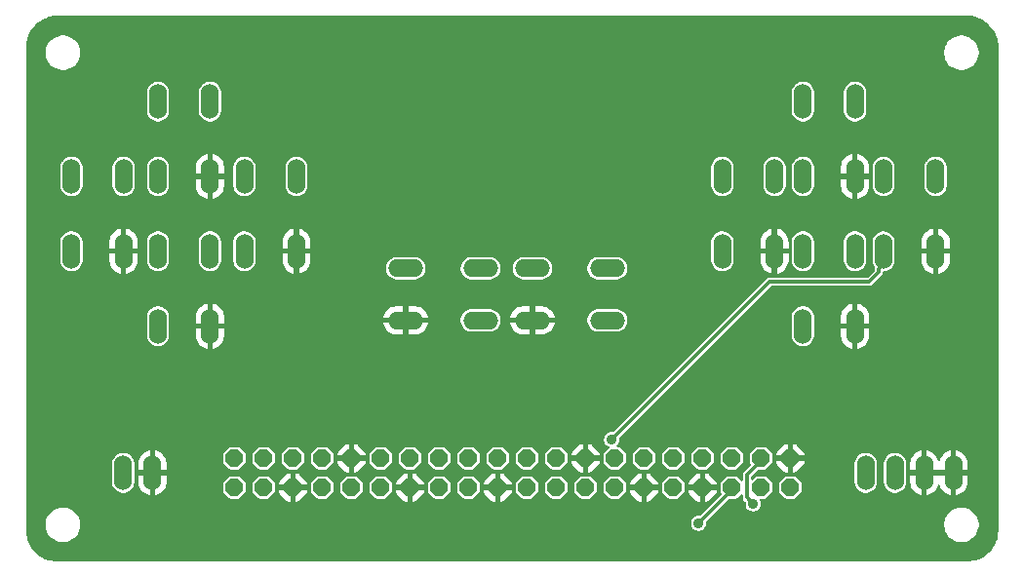
<source format=gbr>
%TF.GenerationSoftware,KiCad,Pcbnew,9.0.2*%
%TF.CreationDate,2025-06-21T15:19:28-04:00*%
%TF.ProjectId,PiGRRL-ButtonPCB,50694752-524c-42d4-9275-74746f6e5043,rev?*%
%TF.SameCoordinates,Original*%
%TF.FileFunction,Copper,L1,Top*%
%TF.FilePolarity,Positive*%
%FSLAX46Y46*%
G04 Gerber Fmt 4.6, Leading zero omitted, Abs format (unit mm)*
G04 Created by KiCad (PCBNEW 9.0.2) date 2025-06-21 15:19:28*
%MOMM*%
%LPD*%
G01*
G04 APERTURE LIST*
G04 Aperture macros list*
%AMOutline5P*
0 Free polygon, 5 corners , with rotation*
0 The origin of the aperture is its center*
0 number of corners: always 5*
0 $1 to $10 corner X, Y*
0 $11 Rotation angle, in degrees counterclockwise*
0 create outline with 5 corners*
4,1,5,$1,$2,$3,$4,$5,$6,$7,$8,$9,$10,$1,$2,$11*%
%AMOutline6P*
0 Free polygon, 6 corners , with rotation*
0 The origin of the aperture is its center*
0 number of corners: always 6*
0 $1 to $12 corner X, Y*
0 $13 Rotation angle, in degrees counterclockwise*
0 create outline with 6 corners*
4,1,6,$1,$2,$3,$4,$5,$6,$7,$8,$9,$10,$11,$12,$1,$2,$13*%
%AMOutline7P*
0 Free polygon, 7 corners , with rotation*
0 The origin of the aperture is its center*
0 number of corners: always 7*
0 $1 to $14 corner X, Y*
0 $15 Rotation angle, in degrees counterclockwise*
0 create outline with 7 corners*
4,1,7,$1,$2,$3,$4,$5,$6,$7,$8,$9,$10,$11,$12,$13,$14,$1,$2,$15*%
%AMOutline8P*
0 Free polygon, 8 corners , with rotation*
0 The origin of the aperture is its center*
0 number of corners: always 8*
0 $1 to $16 corner X, Y*
0 $17 Rotation angle, in degrees counterclockwise*
0 create outline with 8 corners*
4,1,8,$1,$2,$3,$4,$5,$6,$7,$8,$9,$10,$11,$12,$13,$14,$15,$16,$1,$2,$17*%
G04 Aperture macros list end*
%TA.AperFunction,ComponentPad*%
%ADD10O,1.524000X3.048000*%
%TD*%
%TA.AperFunction,ComponentPad*%
%ADD11O,3.048000X1.524000*%
%TD*%
%TA.AperFunction,ComponentPad*%
%ADD12Outline8P,-0.762000X0.315631X-0.315631X0.762000X0.315631X0.762000X0.762000X0.315631X0.762000X-0.315631X0.315631X-0.762000X-0.315631X-0.762000X-0.762000X-0.315631X0.000000*%
%TD*%
%TA.AperFunction,ViaPad*%
%ADD13C,0.914400*%
%TD*%
%TA.AperFunction,Conductor*%
%ADD14C,0.304800*%
%TD*%
G04 APERTURE END LIST*
D10*
%TO.P,LEFT0,4*%
%TO.N,N/C*%
X114761700Y-95252400D03*
%TO.P,LEFT0,2*%
X110240500Y-95252400D03*
%TO.P,LEFT0,3*%
%TO.N,GND*%
X114761700Y-101754800D03*
%TO.P,LEFT0,1*%
%TO.N,N$1*%
X110240500Y-101754800D03*
%TD*%
%TO.P,UP0,4*%
%TO.N,N/C*%
X122261700Y-88752400D03*
%TO.P,UP0,2*%
X117740500Y-88752400D03*
%TO.P,UP0,3*%
%TO.N,GND*%
X122261700Y-95254800D03*
%TO.P,UP0,1*%
%TO.N,N$2*%
X117740500Y-95254800D03*
%TD*%
%TO.P,Y0,4*%
%TO.N,N/C*%
X171261700Y-95252400D03*
%TO.P,Y0,2*%
X166740500Y-95252400D03*
%TO.P,Y0,3*%
%TO.N,GND*%
X171261700Y-101754800D03*
%TO.P,Y0,1*%
%TO.N,N$3*%
X166740500Y-101754800D03*
%TD*%
%TO.P,RIGHT0,4*%
%TO.N,N/C*%
X129761700Y-95252400D03*
%TO.P,RIGHT0,2*%
X125240500Y-95252400D03*
%TO.P,RIGHT0,3*%
%TO.N,GND*%
X129761700Y-101754800D03*
%TO.P,RIGHT0,1*%
%TO.N,N$4*%
X125240500Y-101754800D03*
%TD*%
%TO.P,DOWN0,4*%
%TO.N,N/C*%
X122261700Y-101752400D03*
%TO.P,DOWN0,2*%
X117740500Y-101752400D03*
%TO.P,DOWN0,3*%
%TO.N,GND*%
X122261700Y-108254800D03*
%TO.P,DOWN0,1*%
%TO.N,N$5*%
X117740500Y-108254800D03*
%TD*%
%TO.P,X0,4*%
%TO.N,N/C*%
X178261700Y-88752400D03*
%TO.P,X0,2*%
X173740500Y-88752400D03*
%TO.P,X0,3*%
%TO.N,GND*%
X178261700Y-95254800D03*
%TO.P,X0,1*%
%TO.N,N$6*%
X173740500Y-95254800D03*
%TD*%
%TO.P,A0,4*%
%TO.N,N/C*%
X185261700Y-95252400D03*
%TO.P,A0,2*%
X180740500Y-95252400D03*
%TO.P,A0,3*%
%TO.N,GND*%
X185261700Y-101754800D03*
%TO.P,A0,1*%
%TO.N,N$7*%
X180740500Y-101754800D03*
%TD*%
%TO.P,B0,4*%
%TO.N,N/C*%
X178261700Y-101752400D03*
%TO.P,B0,2*%
X173740500Y-101752400D03*
%TO.P,B0,3*%
%TO.N,GND*%
X178261700Y-108254800D03*
%TO.P,B0,1*%
%TO.N,N$8*%
X173740500Y-108254800D03*
%TD*%
D11*
%TO.P,SELECT0,4*%
%TO.N,N/C*%
X145752300Y-107764200D03*
%TO.P,SELECT0,2*%
X145752300Y-103243000D03*
%TO.P,SELECT0,3*%
%TO.N,GND*%
X139249900Y-107764200D03*
%TO.P,SELECT0,1*%
%TO.N,N$9*%
X139249900Y-103243000D03*
%TD*%
%TO.P,START0,4*%
%TO.N,N/C*%
X156752300Y-107764200D03*
%TO.P,START0,2*%
X156752300Y-103243000D03*
%TO.P,START0,3*%
%TO.N,GND*%
X150249900Y-107764200D03*
%TO.P,START0,1*%
%TO.N,N$10*%
X150249900Y-103243000D03*
%TD*%
D12*
%TO.P,HEADER0,40*%
%TO.N,N/C*%
X172631100Y-122273600D03*
%TO.P,HEADER0,39*%
%TO.N,GND*%
X172631100Y-119733600D03*
%TO.P,HEADER0,38*%
%TO.N,N$6*%
X170091100Y-122273600D03*
%TO.P,HEADER0,37*%
%TO.N,N$5*%
X170091100Y-119733600D03*
%TO.P,HEADER0,36*%
%TO.N,N$2*%
X167551100Y-122273600D03*
%TO.P,HEADER0,35*%
%TO.N,N$4*%
X167551100Y-119733600D03*
%TO.P,HEADER0,34*%
%TO.N,GND*%
X165011100Y-122273600D03*
%TO.P,HEADER0,33*%
%TO.N,N$13*%
X165011100Y-119733600D03*
%TO.P,HEADER0,32*%
%TO.N,N$12*%
X162471100Y-122273600D03*
%TO.P,HEADER0,31*%
%TO.N,N$10*%
X162471100Y-119733600D03*
%TO.P,HEADER0,30*%
%TO.N,GND*%
X159931100Y-122273600D03*
%TO.P,HEADER0,29*%
%TO.N,N$9*%
X159931100Y-119733600D03*
%TO.P,HEADER0,28*%
%TO.N,N/C*%
X157391100Y-122273600D03*
%TO.P,HEADER0,27*%
X157391100Y-119733600D03*
%TO.P,HEADER0,26*%
X154851100Y-122273600D03*
%TO.P,HEADER0,25*%
%TO.N,GND*%
X154851100Y-119733600D03*
%TO.P,HEADER0,24*%
%TO.N,N/C*%
X152311100Y-122273600D03*
%TO.P,HEADER0,23*%
X152311100Y-119733600D03*
%TO.P,HEADER0,22*%
X149771100Y-122273600D03*
%TO.P,HEADER0,21*%
X149771100Y-119733600D03*
%TO.P,HEADER0,20*%
%TO.N,GND*%
X147231100Y-122273600D03*
%TO.P,HEADER0,19*%
%TO.N,N/C*%
X147231100Y-119733600D03*
%TO.P,HEADER0,18*%
X144691100Y-122273600D03*
%TO.P,HEADER0,17*%
X144691100Y-119733600D03*
%TO.P,HEADER0,16*%
X142151100Y-122273600D03*
%TO.P,HEADER0,15*%
X142151100Y-119733600D03*
%TO.P,HEADER0,14*%
%TO.N,GND*%
X139611100Y-122273600D03*
%TO.P,HEADER0,13*%
%TO.N,N/C*%
X139611100Y-119733600D03*
%TO.P,HEADER0,12*%
%TO.N,N$3*%
X137071100Y-122273600D03*
%TO.P,HEADER0,11*%
%TO.N,N/C*%
X137071100Y-119733600D03*
%TO.P,HEADER0,10*%
%TO.N,N$8*%
X134531100Y-122273600D03*
%TO.P,HEADER0,9*%
%TO.N,GND*%
X134531100Y-119733600D03*
%TO.P,HEADER0,8*%
%TO.N,N$7*%
X131991100Y-122273600D03*
%TO.P,HEADER0,7*%
%TO.N,N$1*%
X131991100Y-119733600D03*
%TO.P,HEADER0,6*%
%TO.N,GND*%
X129451100Y-122273600D03*
%TO.P,HEADER0,5*%
%TO.N,N/C*%
X129451100Y-119733600D03*
%TO.P,HEADER0,4*%
X126911100Y-122273600D03*
%TO.P,HEADER0,3*%
X126911100Y-119733600D03*
%TO.P,HEADER0,2*%
%TO.N,N$11*%
X124371100Y-122273600D03*
%TO.P,HEADER0,1*%
%TO.N,N/C*%
X124371100Y-119733600D03*
%TD*%
D10*
%TO.P,POWER0,2*%
%TO.N,GND*%
X117271100Y-121003600D03*
%TO.P,POWER0,1*%
%TO.N,N$11*%
X114731100Y-121003600D03*
%TD*%
%TO.P,BUMPERS0,4*%
%TO.N,GND*%
X186811100Y-121003600D03*
%TO.P,BUMPERS0,3*%
X184271100Y-121003600D03*
%TO.P,BUMPERS0,2*%
%TO.N,N$13*%
X181731100Y-121003600D03*
%TO.P,BUMPERS0,1*%
%TO.N,N$12*%
X179191100Y-121003600D03*
%TD*%
D13*
%TO.N,N$7*%
X157131300Y-118107000D03*
%TO.N,N$5*%
X169424900Y-123695000D03*
%TO.N,N$2*%
X164675100Y-125371400D03*
%TD*%
D14*
%TO.N,N$7*%
X180600900Y-101901800D02*
X180740500Y-101754800D01*
X180600900Y-101901800D02*
X180600900Y-103019400D01*
X180600900Y-103019400D02*
X180321500Y-103298800D01*
X180321500Y-103298800D02*
X180321500Y-103578200D01*
X180321500Y-103578200D02*
X179483300Y-104416400D01*
X179483300Y-104416400D02*
X170821900Y-104416400D01*
X170821900Y-104416400D02*
X157131300Y-118107000D01*
%TO.N,N$5*%
X170263100Y-119783400D02*
X170091100Y-119733600D01*
X170263100Y-119783400D02*
X168866100Y-121180400D01*
X168866100Y-121180400D02*
X168866100Y-123136200D01*
X168866100Y-123136200D02*
X169424900Y-123695000D01*
%TO.N,N$2*%
X167748500Y-122298000D02*
X167551100Y-122273600D01*
X167748500Y-122298000D02*
X164675100Y-125371400D01*
%TD*%
%TA.AperFunction,Conductor*%
%TO.N,GND*%
G36*
X185580236Y-120775400D02*
G01*
X186356263Y-120775400D01*
X186337719Y-120807519D01*
X186303100Y-120936720D01*
X186303100Y-121070480D01*
X186337719Y-121199681D01*
X186356263Y-121231800D01*
X185573894Y-121231800D01*
X185556837Y-121240491D01*
X185501964Y-121231800D01*
X184725937Y-121231800D01*
X184744481Y-121199681D01*
X184779100Y-121070480D01*
X184779100Y-120936720D01*
X184744481Y-120807519D01*
X184725937Y-120775400D01*
X185508306Y-120775400D01*
X185525363Y-120766709D01*
X185580236Y-120775400D01*
G37*
%TD.AperFunction*%
%TA.AperFunction,Conductor*%
G36*
X188011031Y-81300615D02*
G01*
X188038762Y-81302432D01*
X188347431Y-81322663D01*
X188360450Y-81324378D01*
X188694395Y-81390803D01*
X188707089Y-81394204D01*
X189029502Y-81503649D01*
X189041647Y-81508680D01*
X189346997Y-81659262D01*
X189358393Y-81665841D01*
X189641491Y-81855001D01*
X189651924Y-81863007D01*
X189887280Y-82069409D01*
X189907901Y-82087493D01*
X189917206Y-82096798D01*
X190141690Y-82352773D01*
X190149698Y-82363208D01*
X190338858Y-82646306D01*
X190345437Y-82657702D01*
X190496016Y-82963046D01*
X190501052Y-82975203D01*
X190611579Y-83300805D01*
X190616057Y-83320011D01*
X190703439Y-83983742D01*
X190704300Y-83996873D01*
X190704300Y-126006952D01*
X190704085Y-126013532D01*
X190682037Y-126349919D01*
X190680319Y-126362965D01*
X190613898Y-126696886D01*
X190610492Y-126709597D01*
X190501052Y-127031996D01*
X190496016Y-127044153D01*
X190345437Y-127349497D01*
X190338858Y-127360893D01*
X190149698Y-127643991D01*
X190141687Y-127654431D01*
X189917206Y-127910401D01*
X189907901Y-127919706D01*
X189651931Y-128144187D01*
X189641491Y-128152198D01*
X189358393Y-128341358D01*
X189346997Y-128347937D01*
X189041653Y-128498516D01*
X189029496Y-128503552D01*
X188703894Y-128614079D01*
X188684688Y-128618557D01*
X188020958Y-128705939D01*
X188007827Y-128706800D01*
X108997748Y-128706800D01*
X108991168Y-128706585D01*
X108906743Y-128701051D01*
X108654779Y-128684536D01*
X108641736Y-128682819D01*
X108477645Y-128650179D01*
X108307813Y-128616398D01*
X108295102Y-128612992D01*
X107972703Y-128503552D01*
X107960546Y-128498516D01*
X107655202Y-128347937D01*
X107643806Y-128341358D01*
X107360708Y-128152198D01*
X107350273Y-128144190D01*
X107094298Y-127919706D01*
X107084993Y-127910401D01*
X107066909Y-127889780D01*
X106860507Y-127654424D01*
X106852501Y-127643991D01*
X106663341Y-127360893D01*
X106656762Y-127349497D01*
X106506183Y-127044153D01*
X106501147Y-127031996D01*
X106491678Y-127004100D01*
X106391704Y-126709589D01*
X106388303Y-126696895D01*
X106321878Y-126362950D01*
X106320163Y-126349931D01*
X106298115Y-126013531D01*
X106297900Y-126006952D01*
X106297900Y-125385501D01*
X108000600Y-125385501D01*
X108000600Y-125621698D01*
X108037545Y-125854961D01*
X108037549Y-125854977D01*
X108110531Y-126079592D01*
X108217757Y-126290033D01*
X108356581Y-126481108D01*
X108523591Y-126648118D01*
X108714666Y-126786942D01*
X108714665Y-126786942D01*
X108925107Y-126894168D01*
X109149722Y-126967150D01*
X109149725Y-126967150D01*
X109149732Y-126967153D01*
X109149737Y-126967153D01*
X109149738Y-126967154D01*
X109383001Y-127004099D01*
X109383006Y-127004100D01*
X109383008Y-127004100D01*
X109619194Y-127004100D01*
X109619198Y-127004099D01*
X109852468Y-126967153D01*
X110077092Y-126894168D01*
X110287533Y-126786943D01*
X110478610Y-126648117D01*
X110645617Y-126481110D01*
X110784443Y-126290033D01*
X110891668Y-126079592D01*
X110964653Y-125854968D01*
X111001600Y-125621692D01*
X111001600Y-125385508D01*
X110989056Y-125306307D01*
X164014200Y-125306307D01*
X164014200Y-125436492D01*
X164039598Y-125564179D01*
X164089416Y-125684450D01*
X164089420Y-125684458D01*
X164161743Y-125792697D01*
X164253802Y-125884756D01*
X164362041Y-125957079D01*
X164362043Y-125957080D01*
X164362046Y-125957082D01*
X164376529Y-125963081D01*
X164482320Y-126006901D01*
X164482321Y-126006901D01*
X164482323Y-126006902D01*
X164610007Y-126032300D01*
X164610008Y-126032300D01*
X164740192Y-126032300D01*
X164740193Y-126032300D01*
X164867877Y-126006902D01*
X164988154Y-125957082D01*
X165096399Y-125884755D01*
X165188455Y-125792699D01*
X165260782Y-125684454D01*
X165310602Y-125564177D01*
X165336000Y-125436493D01*
X165336000Y-125385501D01*
X186000600Y-125385501D01*
X186000600Y-125621698D01*
X186037545Y-125854961D01*
X186037549Y-125854977D01*
X186110531Y-126079592D01*
X186217757Y-126290033D01*
X186356581Y-126481108D01*
X186523591Y-126648118D01*
X186714666Y-126786942D01*
X186714665Y-126786942D01*
X186925107Y-126894168D01*
X187149722Y-126967150D01*
X187149725Y-126967150D01*
X187149732Y-126967153D01*
X187149737Y-126967153D01*
X187149738Y-126967154D01*
X187383001Y-127004099D01*
X187383006Y-127004100D01*
X187383008Y-127004100D01*
X187619194Y-127004100D01*
X187619198Y-127004099D01*
X187852468Y-126967153D01*
X188077092Y-126894168D01*
X188287533Y-126786943D01*
X188478610Y-126648117D01*
X188645617Y-126481110D01*
X188784443Y-126290033D01*
X188891668Y-126079592D01*
X188964653Y-125854968D01*
X189001600Y-125621692D01*
X189001600Y-125385508D01*
X188979284Y-125244612D01*
X188964654Y-125152238D01*
X188964653Y-125152237D01*
X188964653Y-125152232D01*
X188964650Y-125152222D01*
X188891668Y-124927607D01*
X188784442Y-124717166D01*
X188783091Y-124715307D01*
X188645617Y-124526090D01*
X188478610Y-124359083D01*
X188478608Y-124359081D01*
X188287533Y-124220257D01*
X188287534Y-124220257D01*
X188077092Y-124113031D01*
X187852477Y-124040049D01*
X187852461Y-124040045D01*
X187619198Y-124003100D01*
X187619192Y-124003100D01*
X187383008Y-124003100D01*
X187383001Y-124003100D01*
X187149738Y-124040045D01*
X187149722Y-124040049D01*
X186925107Y-124113031D01*
X186714666Y-124220257D01*
X186523591Y-124359081D01*
X186356581Y-124526091D01*
X186217757Y-124717166D01*
X186110531Y-124927607D01*
X186037549Y-125152222D01*
X186037545Y-125152238D01*
X186000600Y-125385501D01*
X165336000Y-125385501D01*
X165336000Y-125306307D01*
X165329818Y-125275228D01*
X165329420Y-125268198D01*
X165335633Y-125244612D01*
X165338500Y-125220394D01*
X165344149Y-125212288D01*
X165345259Y-125208076D01*
X165349498Y-125204613D01*
X165358721Y-125191379D01*
X167281337Y-123268763D01*
X167336733Y-123240539D01*
X167352469Y-123239300D01*
X167886796Y-123239301D01*
X167946211Y-123227482D01*
X167996582Y-123193825D01*
X168338265Y-122852142D01*
X168393663Y-122823916D01*
X168455071Y-122833642D01*
X168499035Y-122877606D01*
X168510000Y-122923277D01*
X168510000Y-123183079D01*
X168510001Y-123183087D01*
X168534264Y-123273645D01*
X168534267Y-123273651D01*
X168581147Y-123354849D01*
X168741275Y-123514977D01*
X168769501Y-123570375D01*
X168768808Y-123605735D01*
X168764000Y-123629909D01*
X168764000Y-123760092D01*
X168789398Y-123887779D01*
X168839216Y-124008050D01*
X168839220Y-124008058D01*
X168911543Y-124116297D01*
X169003602Y-124208356D01*
X169111841Y-124280679D01*
X169111843Y-124280680D01*
X169111846Y-124280682D01*
X169171984Y-124305592D01*
X169232120Y-124330501D01*
X169232121Y-124330501D01*
X169232123Y-124330502D01*
X169359807Y-124355900D01*
X169359808Y-124355900D01*
X169489992Y-124355900D01*
X169489993Y-124355900D01*
X169617677Y-124330502D01*
X169737954Y-124280682D01*
X169846199Y-124208355D01*
X169938255Y-124116299D01*
X170010582Y-124008054D01*
X170060402Y-123887777D01*
X170085800Y-123760093D01*
X170085800Y-123629907D01*
X170060402Y-123502223D01*
X170010582Y-123381946D01*
X170010581Y-123381944D01*
X170009112Y-123378398D01*
X170004233Y-123316416D01*
X170036719Y-123263403D01*
X170094161Y-123239610D01*
X170102044Y-123239300D01*
X170426796Y-123239301D01*
X170486211Y-123227482D01*
X170536582Y-123193825D01*
X171011326Y-122719081D01*
X171044981Y-122668711D01*
X171056800Y-122609295D01*
X171056801Y-121937905D01*
X171665399Y-121937905D01*
X171665399Y-122609299D01*
X171677217Y-122668709D01*
X171677217Y-122668710D01*
X171677218Y-122668711D01*
X171710875Y-122719082D01*
X172185619Y-123193826D01*
X172235989Y-123227481D01*
X172295405Y-123239300D01*
X172966796Y-123239301D01*
X173026211Y-123227482D01*
X173076582Y-123193825D01*
X173551326Y-122719081D01*
X173584981Y-122668711D01*
X173596800Y-122609295D01*
X173596801Y-121937904D01*
X173584982Y-121878489D01*
X173551325Y-121828118D01*
X173076581Y-121353374D01*
X173026211Y-121319719D01*
X173026210Y-121319718D01*
X172966790Y-121307899D01*
X172295400Y-121307899D01*
X172235990Y-121319717D01*
X172185619Y-121353374D01*
X172185618Y-121353375D01*
X171710873Y-121828119D01*
X171677218Y-121878489D01*
X171665399Y-121937905D01*
X171056801Y-121937905D01*
X171056801Y-121937904D01*
X171044982Y-121878489D01*
X171011325Y-121828118D01*
X170536581Y-121353374D01*
X170486211Y-121319719D01*
X170486210Y-121319718D01*
X170426790Y-121307899D01*
X169755400Y-121307899D01*
X169695990Y-121319717D01*
X169645619Y-121353374D01*
X169393935Y-121605058D01*
X169372944Y-121615752D01*
X169353887Y-121629599D01*
X169345769Y-121629599D01*
X169338537Y-121633284D01*
X169315271Y-121629599D01*
X169291713Y-121629599D01*
X169285145Y-121624827D01*
X169277129Y-121623558D01*
X169260472Y-121606901D01*
X169241413Y-121593054D01*
X169238904Y-121585333D01*
X169233165Y-121579594D01*
X169222200Y-121533923D01*
X169222200Y-121369571D01*
X169241413Y-121310440D01*
X169251665Y-121298436D01*
X169507153Y-121042948D01*
X169821337Y-120728763D01*
X169876733Y-120700539D01*
X169892469Y-120699300D01*
X170426796Y-120699301D01*
X170486211Y-120687482D01*
X170536582Y-120653825D01*
X171011326Y-120179081D01*
X171044981Y-120128711D01*
X171056800Y-120069295D01*
X171056800Y-119961800D01*
X171412699Y-119961800D01*
X171412699Y-120091427D01*
X171421117Y-120160335D01*
X171473765Y-120287443D01*
X171516528Y-120342106D01*
X171516536Y-120342115D01*
X172022591Y-120848168D01*
X172022598Y-120848174D01*
X172077259Y-120890934D01*
X172204366Y-120943583D01*
X172273262Y-120951999D01*
X172273267Y-120952000D01*
X172402900Y-120952000D01*
X172402900Y-120188437D01*
X172435019Y-120206981D01*
X172564220Y-120241600D01*
X172697980Y-120241600D01*
X172827181Y-120206981D01*
X172859300Y-120188437D01*
X172859300Y-120952000D01*
X172988926Y-120952000D01*
X173057835Y-120943582D01*
X173184943Y-120890934D01*
X173239606Y-120848171D01*
X173239615Y-120848163D01*
X173745668Y-120342108D01*
X173745674Y-120342101D01*
X173788434Y-120287440D01*
X173841083Y-120160333D01*
X173842775Y-120146487D01*
X178225400Y-120146487D01*
X178225400Y-121860712D01*
X178262511Y-122047286D01*
X178335304Y-122223025D01*
X178335305Y-122223027D01*
X178335307Y-122223031D01*
X178440992Y-122381198D01*
X178575502Y-122515708D01*
X178733669Y-122621393D01*
X178757906Y-122631432D01*
X178909413Y-122694188D01*
X178909414Y-122694188D01*
X178909416Y-122694189D01*
X179095987Y-122731300D01*
X179095988Y-122731300D01*
X179286212Y-122731300D01*
X179286213Y-122731300D01*
X179472784Y-122694189D01*
X179648531Y-122621393D01*
X179806698Y-122515708D01*
X179941208Y-122381198D01*
X180046893Y-122223031D01*
X180119689Y-122047284D01*
X180156800Y-121860713D01*
X180156800Y-120146487D01*
X180765400Y-120146487D01*
X180765400Y-121860712D01*
X180802511Y-122047286D01*
X180875304Y-122223025D01*
X180875305Y-122223027D01*
X180875307Y-122223031D01*
X180980992Y-122381198D01*
X181115502Y-122515708D01*
X181273669Y-122621393D01*
X181297906Y-122631432D01*
X181449413Y-122694188D01*
X181449414Y-122694188D01*
X181449416Y-122694189D01*
X181635987Y-122731300D01*
X181635988Y-122731300D01*
X181826212Y-122731300D01*
X181826213Y-122731300D01*
X182012784Y-122694189D01*
X182188531Y-122621393D01*
X182346698Y-122515708D01*
X182481208Y-122381198D01*
X182586893Y-122223031D01*
X182659689Y-122047284D01*
X182696800Y-121860713D01*
X182696800Y-120146487D01*
X182696644Y-120145703D01*
X183052700Y-120145703D01*
X183052700Y-120775400D01*
X183816263Y-120775400D01*
X183797719Y-120807519D01*
X183763100Y-120936720D01*
X183763100Y-121070480D01*
X183797719Y-121199681D01*
X183816263Y-121231800D01*
X183052700Y-121231800D01*
X183052700Y-121861496D01*
X183082699Y-122050902D01*
X183082703Y-122050918D01*
X183141963Y-122233302D01*
X183141964Y-122233304D01*
X183229022Y-122404168D01*
X183229032Y-122404183D01*
X183341754Y-122559333D01*
X183477366Y-122694945D01*
X183632516Y-122807667D01*
X183632531Y-122807677D01*
X183803395Y-122894735D01*
X183803397Y-122894736D01*
X183985781Y-122953996D01*
X183985784Y-122953997D01*
X184042900Y-122963043D01*
X184042900Y-121458437D01*
X184075019Y-121476981D01*
X184204220Y-121511600D01*
X184337980Y-121511600D01*
X184467181Y-121476981D01*
X184499300Y-121458437D01*
X184499300Y-122963042D01*
X184556415Y-122953997D01*
X184556418Y-122953996D01*
X184738802Y-122894736D01*
X184738804Y-122894735D01*
X184909668Y-122807677D01*
X184909683Y-122807667D01*
X185064833Y-122694945D01*
X185200445Y-122559333D01*
X185313167Y-122404183D01*
X185313177Y-122404168D01*
X185400235Y-122233304D01*
X185400236Y-122233302D01*
X185445424Y-122094229D01*
X185481969Y-122043929D01*
X185541100Y-122024716D01*
X185600231Y-122043929D01*
X185636776Y-122094229D01*
X185681963Y-122233302D01*
X185681964Y-122233304D01*
X185769022Y-122404168D01*
X185769032Y-122404183D01*
X185881754Y-122559333D01*
X186017366Y-122694945D01*
X186172516Y-122807667D01*
X186172531Y-122807677D01*
X186343395Y-122894735D01*
X186343397Y-122894736D01*
X186525781Y-122953996D01*
X186525784Y-122953997D01*
X186582900Y-122963043D01*
X186582900Y-121458437D01*
X186615019Y-121476981D01*
X186744220Y-121511600D01*
X186877980Y-121511600D01*
X187007181Y-121476981D01*
X187039300Y-121458437D01*
X187039300Y-122963042D01*
X187096415Y-122953997D01*
X187096418Y-122953996D01*
X187278802Y-122894736D01*
X187278804Y-122894735D01*
X187449668Y-122807677D01*
X187449683Y-122807667D01*
X187604833Y-122694945D01*
X187740445Y-122559333D01*
X187853167Y-122404183D01*
X187853177Y-122404168D01*
X187940235Y-122233304D01*
X187940236Y-122233302D01*
X187999496Y-122050918D01*
X187999500Y-122050902D01*
X188029499Y-121861496D01*
X188029500Y-121861492D01*
X188029500Y-121231800D01*
X187265937Y-121231800D01*
X187284481Y-121199681D01*
X187319100Y-121070480D01*
X187319100Y-120936720D01*
X187284481Y-120807519D01*
X187265937Y-120775400D01*
X188029500Y-120775400D01*
X188029500Y-120145708D01*
X188029499Y-120145703D01*
X187999500Y-119956297D01*
X187999496Y-119956281D01*
X187940236Y-119773897D01*
X187940235Y-119773895D01*
X187853177Y-119603031D01*
X187853167Y-119603016D01*
X187740445Y-119447866D01*
X187604833Y-119312254D01*
X187449683Y-119199532D01*
X187449668Y-119199522D01*
X187278804Y-119112464D01*
X187278802Y-119112463D01*
X187096413Y-119053201D01*
X187096408Y-119053200D01*
X187039300Y-119044154D01*
X187039300Y-120548762D01*
X187007181Y-120530219D01*
X186877980Y-120495600D01*
X186744220Y-120495600D01*
X186615019Y-120530219D01*
X186582900Y-120548762D01*
X186582900Y-119044154D01*
X186525791Y-119053200D01*
X186525786Y-119053201D01*
X186343397Y-119112463D01*
X186343395Y-119112464D01*
X186172531Y-119199522D01*
X186172516Y-119199532D01*
X186017366Y-119312254D01*
X185881754Y-119447866D01*
X185769032Y-119603016D01*
X185769022Y-119603031D01*
X185681964Y-119773895D01*
X185681963Y-119773897D01*
X185636776Y-119912970D01*
X185600231Y-119963270D01*
X185541100Y-119982483D01*
X185481969Y-119963270D01*
X185445424Y-119912970D01*
X185400236Y-119773897D01*
X185400235Y-119773895D01*
X185313177Y-119603031D01*
X185313167Y-119603016D01*
X185200445Y-119447866D01*
X185064833Y-119312254D01*
X184909683Y-119199532D01*
X184909668Y-119199522D01*
X184738804Y-119112464D01*
X184738802Y-119112463D01*
X184556413Y-119053201D01*
X184556408Y-119053200D01*
X184499300Y-119044154D01*
X184499300Y-120548762D01*
X184467181Y-120530219D01*
X184337980Y-120495600D01*
X184204220Y-120495600D01*
X184075019Y-120530219D01*
X184042900Y-120548762D01*
X184042900Y-119044154D01*
X183985791Y-119053200D01*
X183985786Y-119053201D01*
X183803397Y-119112463D01*
X183803395Y-119112464D01*
X183632531Y-119199522D01*
X183632516Y-119199532D01*
X183477366Y-119312254D01*
X183341754Y-119447866D01*
X183229032Y-119603016D01*
X183229022Y-119603031D01*
X183141964Y-119773895D01*
X183141963Y-119773897D01*
X183082703Y-119956281D01*
X183082699Y-119956297D01*
X183052700Y-120145703D01*
X182696644Y-120145703D01*
X182659689Y-119959916D01*
X182658183Y-119956281D01*
X182586895Y-119784174D01*
X182586893Y-119784169D01*
X182481208Y-119626002D01*
X182346698Y-119491492D01*
X182188531Y-119385807D01*
X182188527Y-119385805D01*
X182188525Y-119385804D01*
X182012786Y-119313011D01*
X181887637Y-119288118D01*
X181826213Y-119275900D01*
X181635987Y-119275900D01*
X181589344Y-119285177D01*
X181449413Y-119313011D01*
X181273674Y-119385804D01*
X181273670Y-119385806D01*
X181273669Y-119385807D01*
X181219982Y-119421680D01*
X181115503Y-119491491D01*
X180980991Y-119626003D01*
X180875304Y-119784174D01*
X180802511Y-119959913D01*
X180765400Y-120146487D01*
X180156800Y-120146487D01*
X180119689Y-119959916D01*
X180118183Y-119956281D01*
X180046895Y-119784174D01*
X180046893Y-119784169D01*
X179941208Y-119626002D01*
X179806698Y-119491492D01*
X179648531Y-119385807D01*
X179648527Y-119385805D01*
X179648525Y-119385804D01*
X179472786Y-119313011D01*
X179347637Y-119288118D01*
X179286213Y-119275900D01*
X179095987Y-119275900D01*
X179049344Y-119285177D01*
X178909413Y-119313011D01*
X178733674Y-119385804D01*
X178733670Y-119385806D01*
X178733669Y-119385807D01*
X178679982Y-119421680D01*
X178575503Y-119491491D01*
X178440991Y-119626003D01*
X178335304Y-119784174D01*
X178262511Y-119959913D01*
X178225400Y-120146487D01*
X173842775Y-120146487D01*
X173844869Y-120129347D01*
X173849499Y-120091437D01*
X173849500Y-120091432D01*
X173849500Y-119961800D01*
X173085937Y-119961800D01*
X173104481Y-119929681D01*
X173139100Y-119800480D01*
X173139100Y-119666720D01*
X173104481Y-119537519D01*
X173085937Y-119505400D01*
X173849501Y-119505400D01*
X173849501Y-119375774D01*
X173849500Y-119375772D01*
X173841082Y-119306864D01*
X173788434Y-119179756D01*
X173745671Y-119125093D01*
X173745663Y-119125084D01*
X173239608Y-118619031D01*
X173239601Y-118619025D01*
X173184940Y-118576265D01*
X173057833Y-118523616D01*
X172988937Y-118515200D01*
X172988932Y-118515199D01*
X172859300Y-118515199D01*
X172859300Y-119278762D01*
X172827181Y-119260219D01*
X172697980Y-119225600D01*
X172564220Y-119225600D01*
X172435019Y-119260219D01*
X172402900Y-119278762D01*
X172402900Y-118515199D01*
X172273272Y-118515199D01*
X172204364Y-118523617D01*
X172077256Y-118576265D01*
X172022593Y-118619028D01*
X172022584Y-118619036D01*
X171516531Y-119125091D01*
X171516525Y-119125098D01*
X171473765Y-119179759D01*
X171421116Y-119306866D01*
X171412700Y-119375762D01*
X171412700Y-119505400D01*
X172176263Y-119505400D01*
X172157719Y-119537519D01*
X172123100Y-119666720D01*
X172123100Y-119800480D01*
X172157719Y-119929681D01*
X172176263Y-119961800D01*
X171412699Y-119961800D01*
X171056800Y-119961800D01*
X171056801Y-119397904D01*
X171044982Y-119338489D01*
X171011325Y-119288118D01*
X170536581Y-118813374D01*
X170529371Y-118808556D01*
X170486210Y-118779718D01*
X170426790Y-118767899D01*
X169755400Y-118767899D01*
X169695990Y-118779717D01*
X169645619Y-118813374D01*
X169645618Y-118813375D01*
X169170873Y-119288119D01*
X169137218Y-119338489D01*
X169125399Y-119397905D01*
X169125399Y-120069299D01*
X169137217Y-120128709D01*
X169137217Y-120128710D01*
X169137218Y-120128711D01*
X169170875Y-120179082D01*
X169196210Y-120204417D01*
X169224436Y-120259815D01*
X169214710Y-120321223D01*
X169196210Y-120346687D01*
X168581147Y-120961750D01*
X168534267Y-121042948D01*
X168534264Y-121042954D01*
X168510001Y-121133512D01*
X168510000Y-121133520D01*
X168510000Y-121623923D01*
X168490787Y-121683054D01*
X168440487Y-121719599D01*
X168378313Y-121719599D01*
X168338265Y-121695058D01*
X167996580Y-121353373D01*
X167946210Y-121319718D01*
X167886790Y-121307899D01*
X167215400Y-121307899D01*
X167155990Y-121319717D01*
X167105619Y-121353374D01*
X167105618Y-121353375D01*
X166630873Y-121828119D01*
X166597218Y-121878489D01*
X166585399Y-121937905D01*
X166585399Y-122609299D01*
X166597217Y-122668709D01*
X166597217Y-122668710D01*
X166597218Y-122668711D01*
X166630875Y-122719082D01*
X166656210Y-122744417D01*
X166684436Y-122799815D01*
X166674710Y-122861223D01*
X166656210Y-122886687D01*
X164855121Y-124687775D01*
X164799723Y-124716001D01*
X164764361Y-124715307D01*
X164740193Y-124710500D01*
X164610007Y-124710500D01*
X164585841Y-124715307D01*
X164482320Y-124735898D01*
X164362049Y-124785716D01*
X164362041Y-124785720D01*
X164253802Y-124858043D01*
X164253801Y-124858045D01*
X164161745Y-124950101D01*
X164161743Y-124950102D01*
X164089420Y-125058341D01*
X164089416Y-125058349D01*
X164039598Y-125178620D01*
X164014200Y-125306307D01*
X110989056Y-125306307D01*
X110979284Y-125244612D01*
X110964654Y-125152238D01*
X110964653Y-125152237D01*
X110964653Y-125152232D01*
X110964650Y-125152222D01*
X110891668Y-124927607D01*
X110784442Y-124717166D01*
X110783091Y-124715307D01*
X110645617Y-124526090D01*
X110478610Y-124359083D01*
X110478608Y-124359081D01*
X110287533Y-124220257D01*
X110287534Y-124220257D01*
X110077092Y-124113031D01*
X109852477Y-124040049D01*
X109852461Y-124040045D01*
X109619198Y-124003100D01*
X109619192Y-124003100D01*
X109383008Y-124003100D01*
X109383001Y-124003100D01*
X109149738Y-124040045D01*
X109149722Y-124040049D01*
X108925107Y-124113031D01*
X108714666Y-124220257D01*
X108523591Y-124359081D01*
X108356581Y-124526091D01*
X108217757Y-124717166D01*
X108110531Y-124927607D01*
X108037549Y-125152222D01*
X108037545Y-125152238D01*
X108000600Y-125385501D01*
X106297900Y-125385501D01*
X106297900Y-120146487D01*
X113765400Y-120146487D01*
X113765400Y-121860712D01*
X113802511Y-122047286D01*
X113875304Y-122223025D01*
X113875305Y-122223027D01*
X113875307Y-122223031D01*
X113980992Y-122381198D01*
X114115502Y-122515708D01*
X114273669Y-122621393D01*
X114297906Y-122631432D01*
X114449413Y-122694188D01*
X114449414Y-122694188D01*
X114449416Y-122694189D01*
X114635987Y-122731300D01*
X114635988Y-122731300D01*
X114826212Y-122731300D01*
X114826213Y-122731300D01*
X115012784Y-122694189D01*
X115188531Y-122621393D01*
X115346698Y-122515708D01*
X115481208Y-122381198D01*
X115586893Y-122223031D01*
X115659689Y-122047284D01*
X115696800Y-121860713D01*
X115696800Y-120146487D01*
X115696644Y-120145703D01*
X116052700Y-120145703D01*
X116052700Y-120775400D01*
X116816263Y-120775400D01*
X116797719Y-120807519D01*
X116763100Y-120936720D01*
X116763100Y-121070480D01*
X116797719Y-121199681D01*
X116816263Y-121231800D01*
X116052700Y-121231800D01*
X116052700Y-121861496D01*
X116082699Y-122050902D01*
X116082703Y-122050918D01*
X116141963Y-122233302D01*
X116141964Y-122233304D01*
X116229022Y-122404168D01*
X116229032Y-122404183D01*
X116341754Y-122559333D01*
X116477366Y-122694945D01*
X116632516Y-122807667D01*
X116632531Y-122807677D01*
X116803395Y-122894735D01*
X116803397Y-122894736D01*
X116985781Y-122953996D01*
X116985784Y-122953997D01*
X117042900Y-122963043D01*
X117042900Y-121458437D01*
X117075019Y-121476981D01*
X117204220Y-121511600D01*
X117337980Y-121511600D01*
X117467181Y-121476981D01*
X117499300Y-121458437D01*
X117499300Y-122963042D01*
X117556415Y-122953997D01*
X117556418Y-122953996D01*
X117738802Y-122894736D01*
X117738804Y-122894735D01*
X117909668Y-122807677D01*
X117909683Y-122807667D01*
X118064833Y-122694945D01*
X118200443Y-122559335D01*
X118203514Y-122555109D01*
X118203515Y-122555107D01*
X118203516Y-122555107D01*
X118313167Y-122404183D01*
X118313177Y-122404168D01*
X118400235Y-122233304D01*
X118400236Y-122233302D01*
X118459496Y-122050918D01*
X118459500Y-122050902D01*
X118477397Y-121937905D01*
X123405399Y-121937905D01*
X123405399Y-122609299D01*
X123417217Y-122668709D01*
X123417217Y-122668710D01*
X123417218Y-122668711D01*
X123450875Y-122719082D01*
X123925619Y-123193826D01*
X123975989Y-123227481D01*
X124035405Y-123239300D01*
X124706796Y-123239301D01*
X124766211Y-123227482D01*
X124816582Y-123193825D01*
X125291326Y-122719081D01*
X125324981Y-122668711D01*
X125336800Y-122609295D01*
X125336801Y-121937905D01*
X125945399Y-121937905D01*
X125945399Y-122609299D01*
X125957217Y-122668709D01*
X125957217Y-122668710D01*
X125957218Y-122668711D01*
X125990875Y-122719082D01*
X126465619Y-123193826D01*
X126515989Y-123227481D01*
X126575405Y-123239300D01*
X127246796Y-123239301D01*
X127306211Y-123227482D01*
X127356582Y-123193825D01*
X127831326Y-122719081D01*
X127864981Y-122668711D01*
X127876800Y-122609295D01*
X127876800Y-122501800D01*
X128232699Y-122501800D01*
X128232699Y-122631427D01*
X128241117Y-122700335D01*
X128293765Y-122827443D01*
X128336528Y-122882106D01*
X128336536Y-122882115D01*
X128842591Y-123388168D01*
X128842598Y-123388174D01*
X128897259Y-123430934D01*
X129024366Y-123483583D01*
X129093262Y-123491999D01*
X129093267Y-123492000D01*
X129222900Y-123492000D01*
X129222900Y-122728437D01*
X129255019Y-122746981D01*
X129384220Y-122781600D01*
X129517980Y-122781600D01*
X129647181Y-122746981D01*
X129679300Y-122728437D01*
X129679300Y-123492000D01*
X129808926Y-123492000D01*
X129877835Y-123483582D01*
X130004943Y-123430934D01*
X130059606Y-123388171D01*
X130059615Y-123388163D01*
X130565668Y-122882108D01*
X130565674Y-122882101D01*
X130608434Y-122827440D01*
X130661083Y-122700333D01*
X130669499Y-122631437D01*
X130669500Y-122631432D01*
X130669500Y-122501800D01*
X129905937Y-122501800D01*
X129924481Y-122469681D01*
X129959100Y-122340480D01*
X129959100Y-122206720D01*
X129924481Y-122077519D01*
X129905937Y-122045400D01*
X130669501Y-122045400D01*
X130669501Y-121937905D01*
X131025399Y-121937905D01*
X131025399Y-122609299D01*
X131037217Y-122668709D01*
X131037217Y-122668710D01*
X131037218Y-122668711D01*
X131070875Y-122719082D01*
X131545619Y-123193826D01*
X131595989Y-123227481D01*
X131655405Y-123239300D01*
X132326796Y-123239301D01*
X132386211Y-123227482D01*
X132436582Y-123193825D01*
X132911326Y-122719081D01*
X132944981Y-122668711D01*
X132956800Y-122609295D01*
X132956801Y-121937905D01*
X133565399Y-121937905D01*
X133565399Y-122609299D01*
X133577217Y-122668709D01*
X133577217Y-122668710D01*
X133577218Y-122668711D01*
X133610875Y-122719082D01*
X134085619Y-123193826D01*
X134135989Y-123227481D01*
X134195405Y-123239300D01*
X134866796Y-123239301D01*
X134926211Y-123227482D01*
X134976582Y-123193825D01*
X135451326Y-122719081D01*
X135484981Y-122668711D01*
X135496800Y-122609295D01*
X135496801Y-121937905D01*
X136105399Y-121937905D01*
X136105399Y-122609299D01*
X136117217Y-122668709D01*
X136117217Y-122668710D01*
X136117218Y-122668711D01*
X136150875Y-122719082D01*
X136625619Y-123193826D01*
X136675989Y-123227481D01*
X136735405Y-123239300D01*
X137406796Y-123239301D01*
X137466211Y-123227482D01*
X137516582Y-123193825D01*
X137991326Y-122719081D01*
X138024981Y-122668711D01*
X138036800Y-122609295D01*
X138036800Y-122501800D01*
X138392699Y-122501800D01*
X138392699Y-122631427D01*
X138401117Y-122700335D01*
X138453765Y-122827443D01*
X138496528Y-122882106D01*
X138496536Y-122882115D01*
X139002591Y-123388168D01*
X139002598Y-123388174D01*
X139057259Y-123430934D01*
X139184366Y-123483583D01*
X139253262Y-123491999D01*
X139253267Y-123492000D01*
X139382900Y-123492000D01*
X139382900Y-122728437D01*
X139415019Y-122746981D01*
X139544220Y-122781600D01*
X139677980Y-122781600D01*
X139807181Y-122746981D01*
X139839300Y-122728437D01*
X139839300Y-123492000D01*
X139968926Y-123492000D01*
X140037835Y-123483582D01*
X140164943Y-123430934D01*
X140219606Y-123388171D01*
X140219615Y-123388163D01*
X140725668Y-122882108D01*
X140725674Y-122882101D01*
X140768434Y-122827440D01*
X140821083Y-122700333D01*
X140829499Y-122631437D01*
X140829500Y-122631432D01*
X140829500Y-122501800D01*
X140065937Y-122501800D01*
X140084481Y-122469681D01*
X140119100Y-122340480D01*
X140119100Y-122206720D01*
X140084481Y-122077519D01*
X140065937Y-122045400D01*
X140829501Y-122045400D01*
X140829501Y-121937905D01*
X141185399Y-121937905D01*
X141185399Y-122609299D01*
X141197217Y-122668709D01*
X141197217Y-122668710D01*
X141197218Y-122668711D01*
X141230875Y-122719082D01*
X141705619Y-123193826D01*
X141755989Y-123227481D01*
X141815405Y-123239300D01*
X142486796Y-123239301D01*
X142546211Y-123227482D01*
X142596582Y-123193825D01*
X143071326Y-122719081D01*
X143104981Y-122668711D01*
X143116800Y-122609295D01*
X143116801Y-121937905D01*
X143725399Y-121937905D01*
X143725399Y-122609299D01*
X143737217Y-122668709D01*
X143737217Y-122668710D01*
X143737218Y-122668711D01*
X143770875Y-122719082D01*
X144245619Y-123193826D01*
X144295989Y-123227481D01*
X144355405Y-123239300D01*
X145026796Y-123239301D01*
X145086211Y-123227482D01*
X145136582Y-123193825D01*
X145611326Y-122719081D01*
X145644981Y-122668711D01*
X145656800Y-122609295D01*
X145656800Y-122501800D01*
X146012699Y-122501800D01*
X146012699Y-122631427D01*
X146021117Y-122700335D01*
X146073765Y-122827443D01*
X146116528Y-122882106D01*
X146116536Y-122882115D01*
X146622591Y-123388168D01*
X146622598Y-123388174D01*
X146677259Y-123430934D01*
X146804366Y-123483583D01*
X146873262Y-123491999D01*
X146873267Y-123492000D01*
X147002900Y-123492000D01*
X147002900Y-122728437D01*
X147035019Y-122746981D01*
X147164220Y-122781600D01*
X147297980Y-122781600D01*
X147427181Y-122746981D01*
X147459300Y-122728437D01*
X147459300Y-123492000D01*
X147588926Y-123492000D01*
X147657835Y-123483582D01*
X147784943Y-123430934D01*
X147839606Y-123388171D01*
X147839615Y-123388163D01*
X148345668Y-122882108D01*
X148345674Y-122882101D01*
X148388434Y-122827440D01*
X148441083Y-122700333D01*
X148449499Y-122631437D01*
X148449500Y-122631432D01*
X148449500Y-122501800D01*
X147685937Y-122501800D01*
X147704481Y-122469681D01*
X147739100Y-122340480D01*
X147739100Y-122206720D01*
X147704481Y-122077519D01*
X147685937Y-122045400D01*
X148449501Y-122045400D01*
X148449501Y-121937905D01*
X148805399Y-121937905D01*
X148805399Y-122609299D01*
X148817217Y-122668709D01*
X148817217Y-122668710D01*
X148817218Y-122668711D01*
X148850875Y-122719082D01*
X149325619Y-123193826D01*
X149375989Y-123227481D01*
X149435405Y-123239300D01*
X150106796Y-123239301D01*
X150166211Y-123227482D01*
X150216582Y-123193825D01*
X150691326Y-122719081D01*
X150724981Y-122668711D01*
X150736800Y-122609295D01*
X150736801Y-121937905D01*
X151345399Y-121937905D01*
X151345399Y-122609299D01*
X151357217Y-122668709D01*
X151357217Y-122668710D01*
X151357218Y-122668711D01*
X151390875Y-122719082D01*
X151865619Y-123193826D01*
X151915989Y-123227481D01*
X151975405Y-123239300D01*
X152646796Y-123239301D01*
X152706211Y-123227482D01*
X152756582Y-123193825D01*
X153231326Y-122719081D01*
X153264981Y-122668711D01*
X153276800Y-122609295D01*
X153276801Y-121937905D01*
X153885399Y-121937905D01*
X153885399Y-122609299D01*
X153897217Y-122668709D01*
X153897217Y-122668710D01*
X153897218Y-122668711D01*
X153930875Y-122719082D01*
X154405619Y-123193826D01*
X154455989Y-123227481D01*
X154515405Y-123239300D01*
X155186796Y-123239301D01*
X155246211Y-123227482D01*
X155296582Y-123193825D01*
X155771326Y-122719081D01*
X155804981Y-122668711D01*
X155816800Y-122609295D01*
X155816801Y-121937905D01*
X156425399Y-121937905D01*
X156425399Y-122609299D01*
X156437217Y-122668709D01*
X156437217Y-122668710D01*
X156437218Y-122668711D01*
X156470875Y-122719082D01*
X156945619Y-123193826D01*
X156995989Y-123227481D01*
X157055405Y-123239300D01*
X157726796Y-123239301D01*
X157786211Y-123227482D01*
X157836582Y-123193825D01*
X158311326Y-122719081D01*
X158344981Y-122668711D01*
X158356800Y-122609295D01*
X158356800Y-122501800D01*
X158712699Y-122501800D01*
X158712699Y-122631427D01*
X158721117Y-122700335D01*
X158773765Y-122827443D01*
X158816528Y-122882106D01*
X158816536Y-122882115D01*
X159322591Y-123388168D01*
X159322598Y-123388174D01*
X159377259Y-123430934D01*
X159504366Y-123483583D01*
X159573262Y-123491999D01*
X159573267Y-123492000D01*
X159702900Y-123492000D01*
X159702900Y-122728437D01*
X159735019Y-122746981D01*
X159864220Y-122781600D01*
X159997980Y-122781600D01*
X160127181Y-122746981D01*
X160159300Y-122728437D01*
X160159300Y-123492000D01*
X160288926Y-123492000D01*
X160357835Y-123483582D01*
X160484943Y-123430934D01*
X160539606Y-123388171D01*
X160539615Y-123388163D01*
X161045668Y-122882108D01*
X161045674Y-122882101D01*
X161088434Y-122827440D01*
X161141083Y-122700333D01*
X161149499Y-122631437D01*
X161149500Y-122631432D01*
X161149500Y-122501800D01*
X160385937Y-122501800D01*
X160404481Y-122469681D01*
X160439100Y-122340480D01*
X160439100Y-122206720D01*
X160404481Y-122077519D01*
X160385937Y-122045400D01*
X161149501Y-122045400D01*
X161149501Y-121937905D01*
X161505399Y-121937905D01*
X161505399Y-122609299D01*
X161517217Y-122668709D01*
X161517217Y-122668710D01*
X161517218Y-122668711D01*
X161550875Y-122719082D01*
X162025619Y-123193826D01*
X162075989Y-123227481D01*
X162135405Y-123239300D01*
X162806796Y-123239301D01*
X162866211Y-123227482D01*
X162916582Y-123193825D01*
X163391326Y-122719081D01*
X163424981Y-122668711D01*
X163436800Y-122609295D01*
X163436800Y-122501800D01*
X163792699Y-122501800D01*
X163792699Y-122631427D01*
X163801117Y-122700335D01*
X163853765Y-122827443D01*
X163896528Y-122882106D01*
X163896536Y-122882115D01*
X164402591Y-123388168D01*
X164402598Y-123388174D01*
X164457259Y-123430934D01*
X164584366Y-123483583D01*
X164653262Y-123491999D01*
X164653267Y-123492000D01*
X164782900Y-123492000D01*
X164782900Y-122728437D01*
X164815019Y-122746981D01*
X164944220Y-122781600D01*
X165077980Y-122781600D01*
X165207181Y-122746981D01*
X165239300Y-122728437D01*
X165239300Y-123492000D01*
X165368926Y-123492000D01*
X165437835Y-123483582D01*
X165564943Y-123430934D01*
X165619606Y-123388171D01*
X165619615Y-123388163D01*
X166125668Y-122882108D01*
X166125674Y-122882101D01*
X166168434Y-122827440D01*
X166221083Y-122700333D01*
X166229499Y-122631437D01*
X166229500Y-122631432D01*
X166229500Y-122501800D01*
X165465937Y-122501800D01*
X165484481Y-122469681D01*
X165519100Y-122340480D01*
X165519100Y-122206720D01*
X165484481Y-122077519D01*
X165465937Y-122045400D01*
X166229501Y-122045400D01*
X166229501Y-121915774D01*
X166229500Y-121915772D01*
X166221082Y-121846864D01*
X166168434Y-121719756D01*
X166125671Y-121665093D01*
X166125663Y-121665084D01*
X165619608Y-121159031D01*
X165619601Y-121159025D01*
X165564940Y-121116265D01*
X165437833Y-121063616D01*
X165368937Y-121055200D01*
X165368932Y-121055199D01*
X165239300Y-121055199D01*
X165239300Y-121818762D01*
X165207181Y-121800219D01*
X165077980Y-121765600D01*
X164944220Y-121765600D01*
X164815019Y-121800219D01*
X164782900Y-121818762D01*
X164782900Y-121055199D01*
X164653272Y-121055199D01*
X164584364Y-121063617D01*
X164457256Y-121116265D01*
X164402593Y-121159028D01*
X164402584Y-121159036D01*
X163896531Y-121665091D01*
X163896525Y-121665098D01*
X163853765Y-121719759D01*
X163801116Y-121846866D01*
X163792700Y-121915762D01*
X163792700Y-122045400D01*
X164556263Y-122045400D01*
X164537719Y-122077519D01*
X164503100Y-122206720D01*
X164503100Y-122340480D01*
X164537719Y-122469681D01*
X164556263Y-122501800D01*
X163792699Y-122501800D01*
X163436800Y-122501800D01*
X163436801Y-121937904D01*
X163424982Y-121878489D01*
X163391325Y-121828118D01*
X162916581Y-121353374D01*
X162866211Y-121319719D01*
X162866210Y-121319718D01*
X162806790Y-121307899D01*
X162135400Y-121307899D01*
X162075990Y-121319717D01*
X162025619Y-121353374D01*
X162025618Y-121353375D01*
X161550873Y-121828119D01*
X161517218Y-121878489D01*
X161505399Y-121937905D01*
X161149501Y-121937905D01*
X161149501Y-121915774D01*
X161149500Y-121915772D01*
X161141082Y-121846864D01*
X161088434Y-121719756D01*
X161045671Y-121665093D01*
X161045663Y-121665084D01*
X160539608Y-121159031D01*
X160539601Y-121159025D01*
X160484940Y-121116265D01*
X160357833Y-121063616D01*
X160288937Y-121055200D01*
X160288932Y-121055199D01*
X160159300Y-121055199D01*
X160159300Y-121818762D01*
X160127181Y-121800219D01*
X159997980Y-121765600D01*
X159864220Y-121765600D01*
X159735019Y-121800219D01*
X159702900Y-121818762D01*
X159702900Y-121055199D01*
X159573272Y-121055199D01*
X159504364Y-121063617D01*
X159377256Y-121116265D01*
X159322593Y-121159028D01*
X159322584Y-121159036D01*
X158816531Y-121665091D01*
X158816525Y-121665098D01*
X158773765Y-121719759D01*
X158721116Y-121846866D01*
X158712700Y-121915762D01*
X158712700Y-122045400D01*
X159476263Y-122045400D01*
X159457719Y-122077519D01*
X159423100Y-122206720D01*
X159423100Y-122340480D01*
X159457719Y-122469681D01*
X159476263Y-122501800D01*
X158712699Y-122501800D01*
X158356800Y-122501800D01*
X158356801Y-121937904D01*
X158344982Y-121878489D01*
X158311325Y-121828118D01*
X157836581Y-121353374D01*
X157786211Y-121319719D01*
X157786210Y-121319718D01*
X157726790Y-121307899D01*
X157055400Y-121307899D01*
X156995990Y-121319717D01*
X156945619Y-121353374D01*
X156945618Y-121353375D01*
X156470873Y-121828119D01*
X156437218Y-121878489D01*
X156425399Y-121937905D01*
X155816801Y-121937905D01*
X155816801Y-121937904D01*
X155804982Y-121878489D01*
X155771325Y-121828118D01*
X155296581Y-121353374D01*
X155246211Y-121319719D01*
X155246210Y-121319718D01*
X155186790Y-121307899D01*
X154515400Y-121307899D01*
X154455990Y-121319717D01*
X154405619Y-121353374D01*
X154405618Y-121353375D01*
X153930873Y-121828119D01*
X153897218Y-121878489D01*
X153885399Y-121937905D01*
X153276801Y-121937905D01*
X153276801Y-121937904D01*
X153264982Y-121878489D01*
X153231325Y-121828118D01*
X152756581Y-121353374D01*
X152706211Y-121319719D01*
X152706210Y-121319718D01*
X152646790Y-121307899D01*
X151975400Y-121307899D01*
X151915990Y-121319717D01*
X151865619Y-121353374D01*
X151865618Y-121353375D01*
X151390873Y-121828119D01*
X151357218Y-121878489D01*
X151345399Y-121937905D01*
X150736801Y-121937905D01*
X150736801Y-121937904D01*
X150724982Y-121878489D01*
X150691325Y-121828118D01*
X150216581Y-121353374D01*
X150166211Y-121319719D01*
X150166210Y-121319718D01*
X150106790Y-121307899D01*
X149435400Y-121307899D01*
X149375990Y-121319717D01*
X149325619Y-121353374D01*
X149325618Y-121353375D01*
X148850873Y-121828119D01*
X148817218Y-121878489D01*
X148805399Y-121937905D01*
X148449501Y-121937905D01*
X148449501Y-121915774D01*
X148449500Y-121915772D01*
X148441082Y-121846864D01*
X148388434Y-121719756D01*
X148345671Y-121665093D01*
X148345663Y-121665084D01*
X147839608Y-121159031D01*
X147839601Y-121159025D01*
X147784940Y-121116265D01*
X147657833Y-121063616D01*
X147588937Y-121055200D01*
X147588932Y-121055199D01*
X147459300Y-121055199D01*
X147459300Y-121818762D01*
X147427181Y-121800219D01*
X147297980Y-121765600D01*
X147164220Y-121765600D01*
X147035019Y-121800219D01*
X147002900Y-121818762D01*
X147002900Y-121055199D01*
X146873272Y-121055199D01*
X146804364Y-121063617D01*
X146677256Y-121116265D01*
X146622593Y-121159028D01*
X146622584Y-121159036D01*
X146116531Y-121665091D01*
X146116525Y-121665098D01*
X146073765Y-121719759D01*
X146021116Y-121846866D01*
X146012700Y-121915762D01*
X146012700Y-122045400D01*
X146776263Y-122045400D01*
X146757719Y-122077519D01*
X146723100Y-122206720D01*
X146723100Y-122340480D01*
X146757719Y-122469681D01*
X146776263Y-122501800D01*
X146012699Y-122501800D01*
X145656800Y-122501800D01*
X145656801Y-121937904D01*
X145644982Y-121878489D01*
X145611325Y-121828118D01*
X145136581Y-121353374D01*
X145086211Y-121319719D01*
X145086210Y-121319718D01*
X145026790Y-121307899D01*
X144355400Y-121307899D01*
X144295990Y-121319717D01*
X144245619Y-121353374D01*
X144245618Y-121353375D01*
X143770873Y-121828119D01*
X143737218Y-121878489D01*
X143725399Y-121937905D01*
X143116801Y-121937905D01*
X143116801Y-121937904D01*
X143104982Y-121878489D01*
X143071325Y-121828118D01*
X142596581Y-121353374D01*
X142546211Y-121319719D01*
X142546210Y-121319718D01*
X142486790Y-121307899D01*
X141815400Y-121307899D01*
X141755990Y-121319717D01*
X141705619Y-121353374D01*
X141705618Y-121353375D01*
X141230873Y-121828119D01*
X141197218Y-121878489D01*
X141185399Y-121937905D01*
X140829501Y-121937905D01*
X140829501Y-121915774D01*
X140829500Y-121915772D01*
X140821082Y-121846864D01*
X140768434Y-121719756D01*
X140725671Y-121665093D01*
X140725663Y-121665084D01*
X140219608Y-121159031D01*
X140219601Y-121159025D01*
X140164940Y-121116265D01*
X140037833Y-121063616D01*
X139968937Y-121055200D01*
X139968932Y-121055199D01*
X139839300Y-121055199D01*
X139839300Y-121818762D01*
X139807181Y-121800219D01*
X139677980Y-121765600D01*
X139544220Y-121765600D01*
X139415019Y-121800219D01*
X139382900Y-121818762D01*
X139382900Y-121055199D01*
X139253272Y-121055199D01*
X139184364Y-121063617D01*
X139057256Y-121116265D01*
X139002593Y-121159028D01*
X139002584Y-121159036D01*
X138496531Y-121665091D01*
X138496525Y-121665098D01*
X138453765Y-121719759D01*
X138401116Y-121846866D01*
X138392700Y-121915762D01*
X138392700Y-122045400D01*
X139156263Y-122045400D01*
X139137719Y-122077519D01*
X139103100Y-122206720D01*
X139103100Y-122340480D01*
X139137719Y-122469681D01*
X139156263Y-122501800D01*
X138392699Y-122501800D01*
X138036800Y-122501800D01*
X138036801Y-121937904D01*
X138024982Y-121878489D01*
X137991325Y-121828118D01*
X137516581Y-121353374D01*
X137466211Y-121319719D01*
X137466210Y-121319718D01*
X137406790Y-121307899D01*
X136735400Y-121307899D01*
X136675990Y-121319717D01*
X136625619Y-121353374D01*
X136625618Y-121353375D01*
X136150873Y-121828119D01*
X136117218Y-121878489D01*
X136105399Y-121937905D01*
X135496801Y-121937905D01*
X135496801Y-121937904D01*
X135484982Y-121878489D01*
X135451325Y-121828118D01*
X134976581Y-121353374D01*
X134926211Y-121319719D01*
X134926210Y-121319718D01*
X134866790Y-121307899D01*
X134195400Y-121307899D01*
X134135990Y-121319717D01*
X134085619Y-121353374D01*
X134085618Y-121353375D01*
X133610873Y-121828119D01*
X133577218Y-121878489D01*
X133565399Y-121937905D01*
X132956801Y-121937905D01*
X132956801Y-121937904D01*
X132944982Y-121878489D01*
X132911325Y-121828118D01*
X132436581Y-121353374D01*
X132386211Y-121319719D01*
X132386210Y-121319718D01*
X132326790Y-121307899D01*
X131655400Y-121307899D01*
X131595990Y-121319717D01*
X131545619Y-121353374D01*
X131545618Y-121353375D01*
X131070873Y-121828119D01*
X131037218Y-121878489D01*
X131025399Y-121937905D01*
X130669501Y-121937905D01*
X130669501Y-121915774D01*
X130669500Y-121915772D01*
X130661082Y-121846864D01*
X130608434Y-121719756D01*
X130565671Y-121665093D01*
X130565663Y-121665084D01*
X130059608Y-121159031D01*
X130059601Y-121159025D01*
X130004940Y-121116265D01*
X129877833Y-121063616D01*
X129808937Y-121055200D01*
X129808932Y-121055199D01*
X129679300Y-121055199D01*
X129679300Y-121818762D01*
X129647181Y-121800219D01*
X129517980Y-121765600D01*
X129384220Y-121765600D01*
X129255019Y-121800219D01*
X129222900Y-121818762D01*
X129222900Y-121055199D01*
X129093272Y-121055199D01*
X129024364Y-121063617D01*
X128897256Y-121116265D01*
X128842593Y-121159028D01*
X128842584Y-121159036D01*
X128336531Y-121665091D01*
X128336525Y-121665098D01*
X128293765Y-121719759D01*
X128241116Y-121846866D01*
X128232700Y-121915762D01*
X128232700Y-122045400D01*
X128996263Y-122045400D01*
X128977719Y-122077519D01*
X128943100Y-122206720D01*
X128943100Y-122340480D01*
X128977719Y-122469681D01*
X128996263Y-122501800D01*
X128232699Y-122501800D01*
X127876800Y-122501800D01*
X127876801Y-121937904D01*
X127864982Y-121878489D01*
X127831325Y-121828118D01*
X127356581Y-121353374D01*
X127306211Y-121319719D01*
X127306210Y-121319718D01*
X127246790Y-121307899D01*
X126575400Y-121307899D01*
X126515990Y-121319717D01*
X126465619Y-121353374D01*
X126465618Y-121353375D01*
X125990873Y-121828119D01*
X125957218Y-121878489D01*
X125945399Y-121937905D01*
X125336801Y-121937905D01*
X125336801Y-121937904D01*
X125324982Y-121878489D01*
X125291325Y-121828118D01*
X124816581Y-121353374D01*
X124766211Y-121319719D01*
X124766210Y-121319718D01*
X124706790Y-121307899D01*
X124035400Y-121307899D01*
X123975990Y-121319717D01*
X123925619Y-121353374D01*
X123925618Y-121353375D01*
X123450873Y-121828119D01*
X123417218Y-121878489D01*
X123405399Y-121937905D01*
X118477397Y-121937905D01*
X118489499Y-121861496D01*
X118489500Y-121861492D01*
X118489500Y-121231800D01*
X117725937Y-121231800D01*
X117744481Y-121199681D01*
X117779100Y-121070480D01*
X117779100Y-120936720D01*
X117744481Y-120807519D01*
X117725937Y-120775400D01*
X118489500Y-120775400D01*
X118489500Y-120145708D01*
X118489499Y-120145703D01*
X118480673Y-120089975D01*
X118459500Y-119956297D01*
X118459496Y-119956281D01*
X118400236Y-119773897D01*
X118400235Y-119773895D01*
X118313177Y-119603031D01*
X118313167Y-119603016D01*
X118200445Y-119447866D01*
X118150484Y-119397905D01*
X123405399Y-119397905D01*
X123405399Y-120069299D01*
X123417217Y-120128709D01*
X123417217Y-120128710D01*
X123417218Y-120128711D01*
X123450875Y-120179082D01*
X123925619Y-120653826D01*
X123975989Y-120687481D01*
X124035405Y-120699300D01*
X124706796Y-120699301D01*
X124766211Y-120687482D01*
X124816582Y-120653825D01*
X125291326Y-120179081D01*
X125324981Y-120128711D01*
X125336800Y-120069295D01*
X125336801Y-119397905D01*
X125945399Y-119397905D01*
X125945399Y-120069299D01*
X125957217Y-120128709D01*
X125957217Y-120128710D01*
X125957218Y-120128711D01*
X125990875Y-120179082D01*
X126465619Y-120653826D01*
X126515989Y-120687481D01*
X126575405Y-120699300D01*
X127246796Y-120699301D01*
X127306211Y-120687482D01*
X127356582Y-120653825D01*
X127831326Y-120179081D01*
X127864981Y-120128711D01*
X127876800Y-120069295D01*
X127876801Y-119397905D01*
X128485399Y-119397905D01*
X128485399Y-120069299D01*
X128497217Y-120128709D01*
X128497217Y-120128710D01*
X128497218Y-120128711D01*
X128530875Y-120179082D01*
X129005619Y-120653826D01*
X129055989Y-120687481D01*
X129115405Y-120699300D01*
X129786796Y-120699301D01*
X129846211Y-120687482D01*
X129896582Y-120653825D01*
X130371326Y-120179081D01*
X130404981Y-120128711D01*
X130416800Y-120069295D01*
X130416801Y-119397905D01*
X131025399Y-119397905D01*
X131025399Y-120069299D01*
X131037217Y-120128709D01*
X131037217Y-120128710D01*
X131037218Y-120128711D01*
X131070875Y-120179082D01*
X131545619Y-120653826D01*
X131595989Y-120687481D01*
X131655405Y-120699300D01*
X132326796Y-120699301D01*
X132386211Y-120687482D01*
X132436582Y-120653825D01*
X132911326Y-120179081D01*
X132944981Y-120128711D01*
X132956800Y-120069295D01*
X132956800Y-119961800D01*
X133312699Y-119961800D01*
X133312699Y-120091427D01*
X133321117Y-120160335D01*
X133373765Y-120287443D01*
X133416528Y-120342106D01*
X133416536Y-120342115D01*
X133922591Y-120848168D01*
X133922598Y-120848174D01*
X133977259Y-120890934D01*
X134104366Y-120943583D01*
X134173262Y-120951999D01*
X134173267Y-120952000D01*
X134302900Y-120952000D01*
X134302900Y-120188437D01*
X134335019Y-120206981D01*
X134464220Y-120241600D01*
X134597980Y-120241600D01*
X134727181Y-120206981D01*
X134759300Y-120188437D01*
X134759300Y-120952000D01*
X134888926Y-120952000D01*
X134957835Y-120943582D01*
X135084943Y-120890934D01*
X135139606Y-120848171D01*
X135139615Y-120848163D01*
X135645668Y-120342108D01*
X135645674Y-120342101D01*
X135688434Y-120287440D01*
X135741083Y-120160333D01*
X135749499Y-120091437D01*
X135749500Y-120091432D01*
X135749500Y-119961800D01*
X134985937Y-119961800D01*
X135004481Y-119929681D01*
X135039100Y-119800480D01*
X135039100Y-119666720D01*
X135004481Y-119537519D01*
X134985937Y-119505400D01*
X135749501Y-119505400D01*
X135749501Y-119397905D01*
X136105399Y-119397905D01*
X136105399Y-120069299D01*
X136117217Y-120128709D01*
X136117217Y-120128710D01*
X136117218Y-120128711D01*
X136150875Y-120179082D01*
X136625619Y-120653826D01*
X136675989Y-120687481D01*
X136735405Y-120699300D01*
X137406796Y-120699301D01*
X137466211Y-120687482D01*
X137516582Y-120653825D01*
X137991326Y-120179081D01*
X138024981Y-120128711D01*
X138036800Y-120069295D01*
X138036801Y-119397905D01*
X138645399Y-119397905D01*
X138645399Y-120069299D01*
X138657217Y-120128709D01*
X138657217Y-120128710D01*
X138657218Y-120128711D01*
X138690875Y-120179082D01*
X139165619Y-120653826D01*
X139215989Y-120687481D01*
X139275405Y-120699300D01*
X139946796Y-120699301D01*
X140006211Y-120687482D01*
X140056582Y-120653825D01*
X140531326Y-120179081D01*
X140564981Y-120128711D01*
X140576800Y-120069295D01*
X140576801Y-119397905D01*
X141185399Y-119397905D01*
X141185399Y-120069299D01*
X141197217Y-120128709D01*
X141197217Y-120128710D01*
X141197218Y-120128711D01*
X141230875Y-120179082D01*
X141705619Y-120653826D01*
X141755989Y-120687481D01*
X141815405Y-120699300D01*
X142486796Y-120699301D01*
X142546211Y-120687482D01*
X142596582Y-120653825D01*
X143071326Y-120179081D01*
X143104981Y-120128711D01*
X143116800Y-120069295D01*
X143116801Y-119397905D01*
X143725399Y-119397905D01*
X143725399Y-120069299D01*
X143737217Y-120128709D01*
X143737217Y-120128710D01*
X143737218Y-120128711D01*
X143770875Y-120179082D01*
X144245619Y-120653826D01*
X144295989Y-120687481D01*
X144355405Y-120699300D01*
X145026796Y-120699301D01*
X145086211Y-120687482D01*
X145136582Y-120653825D01*
X145611326Y-120179081D01*
X145644981Y-120128711D01*
X145656800Y-120069295D01*
X145656801Y-119397905D01*
X146265399Y-119397905D01*
X146265399Y-120069299D01*
X146277217Y-120128709D01*
X146277217Y-120128710D01*
X146277218Y-120128711D01*
X146310875Y-120179082D01*
X146785619Y-120653826D01*
X146835989Y-120687481D01*
X146895405Y-120699300D01*
X147566796Y-120699301D01*
X147626211Y-120687482D01*
X147676582Y-120653825D01*
X148151326Y-120179081D01*
X148184981Y-120128711D01*
X148196800Y-120069295D01*
X148196801Y-119397905D01*
X148805399Y-119397905D01*
X148805399Y-120069299D01*
X148817217Y-120128709D01*
X148817217Y-120128710D01*
X148817218Y-120128711D01*
X148850875Y-120179082D01*
X149325619Y-120653826D01*
X149375989Y-120687481D01*
X149435405Y-120699300D01*
X150106796Y-120699301D01*
X150166211Y-120687482D01*
X150216582Y-120653825D01*
X150691326Y-120179081D01*
X150724981Y-120128711D01*
X150736800Y-120069295D01*
X150736801Y-119397905D01*
X151345399Y-119397905D01*
X151345399Y-120069299D01*
X151357217Y-120128709D01*
X151357217Y-120128710D01*
X151357218Y-120128711D01*
X151390875Y-120179082D01*
X151865619Y-120653826D01*
X151915989Y-120687481D01*
X151975405Y-120699300D01*
X152646796Y-120699301D01*
X152706211Y-120687482D01*
X152756582Y-120653825D01*
X153231326Y-120179081D01*
X153264981Y-120128711D01*
X153276800Y-120069295D01*
X153276800Y-119961800D01*
X153632699Y-119961800D01*
X153632699Y-120091427D01*
X153641117Y-120160335D01*
X153693765Y-120287443D01*
X153736528Y-120342106D01*
X153736536Y-120342115D01*
X154242591Y-120848168D01*
X154242598Y-120848174D01*
X154297259Y-120890934D01*
X154424366Y-120943583D01*
X154493262Y-120951999D01*
X154493267Y-120952000D01*
X154622900Y-120952000D01*
X154622900Y-120188437D01*
X154655019Y-120206981D01*
X154784220Y-120241600D01*
X154917980Y-120241600D01*
X155047181Y-120206981D01*
X155079300Y-120188437D01*
X155079300Y-120952000D01*
X155208926Y-120952000D01*
X155277835Y-120943582D01*
X155404943Y-120890934D01*
X155459606Y-120848171D01*
X155459615Y-120848163D01*
X155965668Y-120342108D01*
X155965674Y-120342101D01*
X156008434Y-120287440D01*
X156061083Y-120160333D01*
X156069499Y-120091437D01*
X156069500Y-120091432D01*
X156069500Y-119961800D01*
X155305937Y-119961800D01*
X155324481Y-119929681D01*
X155359100Y-119800480D01*
X155359100Y-119666720D01*
X155324481Y-119537519D01*
X155305937Y-119505400D01*
X156069501Y-119505400D01*
X156069501Y-119397905D01*
X156425399Y-119397905D01*
X156425399Y-120069299D01*
X156437217Y-120128709D01*
X156437217Y-120128710D01*
X156437218Y-120128711D01*
X156470875Y-120179082D01*
X156945619Y-120653826D01*
X156995989Y-120687481D01*
X157055405Y-120699300D01*
X157726796Y-120699301D01*
X157786211Y-120687482D01*
X157836582Y-120653825D01*
X158311326Y-120179081D01*
X158344981Y-120128711D01*
X158356800Y-120069295D01*
X158356801Y-119397905D01*
X158965399Y-119397905D01*
X158965399Y-120069299D01*
X158977217Y-120128709D01*
X158977217Y-120128710D01*
X158977218Y-120128711D01*
X159010875Y-120179082D01*
X159485619Y-120653826D01*
X159535989Y-120687481D01*
X159595405Y-120699300D01*
X160266796Y-120699301D01*
X160326211Y-120687482D01*
X160376582Y-120653825D01*
X160851326Y-120179081D01*
X160884981Y-120128711D01*
X160896800Y-120069295D01*
X160896801Y-119397905D01*
X161505399Y-119397905D01*
X161505399Y-120069299D01*
X161517217Y-120128709D01*
X161517217Y-120128710D01*
X161517218Y-120128711D01*
X161550875Y-120179082D01*
X162025619Y-120653826D01*
X162075989Y-120687481D01*
X162135405Y-120699300D01*
X162806796Y-120699301D01*
X162866211Y-120687482D01*
X162916582Y-120653825D01*
X163391326Y-120179081D01*
X163424981Y-120128711D01*
X163436800Y-120069295D01*
X163436801Y-119397905D01*
X164045399Y-119397905D01*
X164045399Y-120069299D01*
X164057217Y-120128709D01*
X164057217Y-120128710D01*
X164057218Y-120128711D01*
X164090875Y-120179082D01*
X164565619Y-120653826D01*
X164615989Y-120687481D01*
X164675405Y-120699300D01*
X165346796Y-120699301D01*
X165406211Y-120687482D01*
X165456582Y-120653825D01*
X165931326Y-120179081D01*
X165964981Y-120128711D01*
X165976800Y-120069295D01*
X165976801Y-119397905D01*
X166585399Y-119397905D01*
X166585399Y-120069299D01*
X166597217Y-120128709D01*
X166597217Y-120128710D01*
X166597218Y-120128711D01*
X166630875Y-120179082D01*
X167105619Y-120653826D01*
X167155989Y-120687481D01*
X167215405Y-120699300D01*
X167886796Y-120699301D01*
X167946211Y-120687482D01*
X167996582Y-120653825D01*
X168471326Y-120179081D01*
X168504981Y-120128711D01*
X168516800Y-120069295D01*
X168516801Y-119397904D01*
X168504982Y-119338489D01*
X168471325Y-119288118D01*
X167996581Y-118813374D01*
X167989371Y-118808556D01*
X167946210Y-118779718D01*
X167886790Y-118767899D01*
X167215400Y-118767899D01*
X167155990Y-118779717D01*
X167105619Y-118813374D01*
X167105618Y-118813375D01*
X166630873Y-119288119D01*
X166597218Y-119338489D01*
X166585399Y-119397905D01*
X165976801Y-119397905D01*
X165976801Y-119397904D01*
X165964982Y-119338489D01*
X165931325Y-119288118D01*
X165456581Y-118813374D01*
X165449371Y-118808556D01*
X165406210Y-118779718D01*
X165346790Y-118767899D01*
X164675400Y-118767899D01*
X164615990Y-118779717D01*
X164565619Y-118813374D01*
X164565618Y-118813375D01*
X164090873Y-119288119D01*
X164057218Y-119338489D01*
X164045399Y-119397905D01*
X163436801Y-119397905D01*
X163436801Y-119397904D01*
X163424982Y-119338489D01*
X163391325Y-119288118D01*
X162916581Y-118813374D01*
X162909371Y-118808556D01*
X162866210Y-118779718D01*
X162806790Y-118767899D01*
X162135400Y-118767899D01*
X162075990Y-118779717D01*
X162025619Y-118813374D01*
X162025618Y-118813375D01*
X161550873Y-119288119D01*
X161517218Y-119338489D01*
X161505399Y-119397905D01*
X160896801Y-119397905D01*
X160896801Y-119397904D01*
X160884982Y-119338489D01*
X160851325Y-119288118D01*
X160376581Y-118813374D01*
X160369371Y-118808556D01*
X160326210Y-118779718D01*
X160266790Y-118767899D01*
X159595400Y-118767899D01*
X159535990Y-118779717D01*
X159485619Y-118813374D01*
X159485618Y-118813375D01*
X159010873Y-119288119D01*
X158977218Y-119338489D01*
X158965399Y-119397905D01*
X158356801Y-119397905D01*
X158356801Y-119397904D01*
X158344982Y-119338489D01*
X158311325Y-119288118D01*
X157836581Y-118813374D01*
X157829371Y-118808556D01*
X157786210Y-118779718D01*
X157726790Y-118767899D01*
X157647923Y-118767899D01*
X157588792Y-118748685D01*
X157552247Y-118698385D01*
X157552248Y-118636211D01*
X157576790Y-118596164D01*
X157644650Y-118528304D01*
X157644655Y-118528299D01*
X157716982Y-118420054D01*
X157766802Y-118299777D01*
X157792200Y-118172093D01*
X157792200Y-118041907D01*
X157787392Y-118017736D01*
X157794700Y-117955994D01*
X157814921Y-117926979D01*
X168344214Y-107397687D01*
X172774800Y-107397687D01*
X172774800Y-109111912D01*
X172811911Y-109298486D01*
X172884704Y-109474225D01*
X172884705Y-109474227D01*
X172884707Y-109474231D01*
X172990392Y-109632398D01*
X173124902Y-109766908D01*
X173283069Y-109872593D01*
X173283074Y-109872595D01*
X173458813Y-109945388D01*
X173458814Y-109945388D01*
X173458816Y-109945389D01*
X173645387Y-109982500D01*
X173645388Y-109982500D01*
X173835612Y-109982500D01*
X173835613Y-109982500D01*
X174022184Y-109945389D01*
X174197931Y-109872593D01*
X174356098Y-109766908D01*
X174490608Y-109632398D01*
X174596293Y-109474231D01*
X174669089Y-109298484D01*
X174706200Y-109111913D01*
X174706200Y-107397687D01*
X174706044Y-107396903D01*
X177043300Y-107396903D01*
X177043300Y-108026600D01*
X177806863Y-108026600D01*
X177788319Y-108058719D01*
X177753700Y-108187920D01*
X177753700Y-108321680D01*
X177788319Y-108450881D01*
X177806863Y-108483000D01*
X177043300Y-108483000D01*
X177043300Y-109112696D01*
X177073299Y-109302102D01*
X177073303Y-109302118D01*
X177132563Y-109484502D01*
X177132564Y-109484504D01*
X177219622Y-109655368D01*
X177219632Y-109655383D01*
X177332354Y-109810533D01*
X177467966Y-109946145D01*
X177623116Y-110058867D01*
X177623131Y-110058877D01*
X177793995Y-110145935D01*
X177793997Y-110145936D01*
X177976381Y-110205196D01*
X177976384Y-110205197D01*
X178033500Y-110214243D01*
X178033500Y-108709637D01*
X178065619Y-108728181D01*
X178194820Y-108762800D01*
X178328580Y-108762800D01*
X178457781Y-108728181D01*
X178489900Y-108709637D01*
X178489900Y-110214242D01*
X178547015Y-110205197D01*
X178547018Y-110205196D01*
X178729402Y-110145936D01*
X178729404Y-110145935D01*
X178900268Y-110058877D01*
X178900283Y-110058867D01*
X179055433Y-109946145D01*
X179191045Y-109810533D01*
X179303767Y-109655383D01*
X179303777Y-109655368D01*
X179390835Y-109484504D01*
X179390836Y-109484502D01*
X179450096Y-109302118D01*
X179450100Y-109302102D01*
X179480099Y-109112696D01*
X179480100Y-109112692D01*
X179480100Y-108483000D01*
X178716537Y-108483000D01*
X178735081Y-108450881D01*
X178769700Y-108321680D01*
X178769700Y-108187920D01*
X178735081Y-108058719D01*
X178716537Y-108026600D01*
X179480100Y-108026600D01*
X179480100Y-107396908D01*
X179480099Y-107396903D01*
X179450100Y-107207497D01*
X179450096Y-107207481D01*
X179390836Y-107025097D01*
X179390835Y-107025095D01*
X179303777Y-106854231D01*
X179303767Y-106854216D01*
X179191045Y-106699066D01*
X179055433Y-106563454D01*
X178900283Y-106450732D01*
X178900268Y-106450722D01*
X178729404Y-106363664D01*
X178729402Y-106363663D01*
X178547013Y-106304401D01*
X178547008Y-106304400D01*
X178489900Y-106295354D01*
X178489900Y-107799962D01*
X178457781Y-107781419D01*
X178328580Y-107746800D01*
X178194820Y-107746800D01*
X178065619Y-107781419D01*
X178033500Y-107799962D01*
X178033500Y-106295354D01*
X177976391Y-106304400D01*
X177976386Y-106304401D01*
X177793997Y-106363663D01*
X177793995Y-106363664D01*
X177623131Y-106450722D01*
X177623116Y-106450732D01*
X177467966Y-106563454D01*
X177332354Y-106699066D01*
X177219632Y-106854216D01*
X177219622Y-106854231D01*
X177132564Y-107025095D01*
X177132563Y-107025097D01*
X177073303Y-107207481D01*
X177073299Y-107207497D01*
X177043300Y-107396903D01*
X174706044Y-107396903D01*
X174669089Y-107211116D01*
X174667583Y-107207481D01*
X174596295Y-107035374D01*
X174596293Y-107035369D01*
X174490608Y-106877202D01*
X174356098Y-106742692D01*
X174197931Y-106637007D01*
X174197927Y-106637005D01*
X174197925Y-106637004D01*
X174022186Y-106564211D01*
X173897803Y-106539470D01*
X173835613Y-106527100D01*
X173645387Y-106527100D01*
X173598744Y-106536377D01*
X173458813Y-106564211D01*
X173283074Y-106637004D01*
X173283070Y-106637006D01*
X173283069Y-106637007D01*
X173202916Y-106690563D01*
X173124903Y-106742691D01*
X172990391Y-106877203D01*
X172884704Y-107035374D01*
X172811911Y-107211113D01*
X172774800Y-107397687D01*
X168344214Y-107397687D01*
X170939936Y-104801965D01*
X170995334Y-104773739D01*
X171011071Y-104772500D01*
X179530180Y-104772500D01*
X179530181Y-104772500D01*
X179563940Y-104763454D01*
X179620745Y-104748235D01*
X179620747Y-104748233D01*
X179620750Y-104748233D01*
X179701951Y-104701351D01*
X180606451Y-103796851D01*
X180647059Y-103726516D01*
X180653333Y-103715650D01*
X180658461Y-103696510D01*
X180677601Y-103625081D01*
X180677601Y-103583100D01*
X180696814Y-103523969D01*
X180747114Y-103487424D01*
X180778201Y-103482500D01*
X180835612Y-103482500D01*
X180835613Y-103482500D01*
X181022184Y-103445389D01*
X181197931Y-103372593D01*
X181356098Y-103266908D01*
X181490608Y-103132398D01*
X181596293Y-102974231D01*
X181669089Y-102798484D01*
X181706200Y-102611913D01*
X181706200Y-100897687D01*
X181706044Y-100896903D01*
X184043300Y-100896903D01*
X184043300Y-101526600D01*
X184806863Y-101526600D01*
X184788319Y-101558719D01*
X184753700Y-101687920D01*
X184753700Y-101821680D01*
X184788319Y-101950881D01*
X184806863Y-101983000D01*
X184043300Y-101983000D01*
X184043300Y-102612696D01*
X184073299Y-102802102D01*
X184073303Y-102802118D01*
X184132563Y-102984502D01*
X184132564Y-102984504D01*
X184219622Y-103155368D01*
X184219632Y-103155383D01*
X184332354Y-103310533D01*
X184467966Y-103446145D01*
X184623116Y-103558867D01*
X184623131Y-103558877D01*
X184793995Y-103645935D01*
X184793997Y-103645936D01*
X184976381Y-103705196D01*
X184976384Y-103705197D01*
X185033500Y-103714243D01*
X185033500Y-102209637D01*
X185065619Y-102228181D01*
X185194820Y-102262800D01*
X185328580Y-102262800D01*
X185457781Y-102228181D01*
X185489900Y-102209637D01*
X185489900Y-103714242D01*
X185547015Y-103705197D01*
X185547018Y-103705196D01*
X185729402Y-103645936D01*
X185729404Y-103645935D01*
X185900268Y-103558877D01*
X185900283Y-103558867D01*
X186055433Y-103446145D01*
X186191045Y-103310533D01*
X186303767Y-103155383D01*
X186303777Y-103155368D01*
X186390835Y-102984504D01*
X186390836Y-102984502D01*
X186450096Y-102802118D01*
X186450100Y-102802102D01*
X186480099Y-102612696D01*
X186480100Y-102612692D01*
X186480100Y-101983000D01*
X185716537Y-101983000D01*
X185735081Y-101950881D01*
X185769700Y-101821680D01*
X185769700Y-101687920D01*
X185735081Y-101558719D01*
X185716537Y-101526600D01*
X186480100Y-101526600D01*
X186480100Y-100896908D01*
X186480099Y-100896903D01*
X186450100Y-100707497D01*
X186450096Y-100707481D01*
X186390836Y-100525097D01*
X186390835Y-100525095D01*
X186303777Y-100354231D01*
X186303767Y-100354216D01*
X186191045Y-100199066D01*
X186055433Y-100063454D01*
X185900283Y-99950732D01*
X185900268Y-99950722D01*
X185729404Y-99863664D01*
X185729402Y-99863663D01*
X185547013Y-99804401D01*
X185547008Y-99804400D01*
X185489900Y-99795354D01*
X185489900Y-101299962D01*
X185457781Y-101281419D01*
X185328580Y-101246800D01*
X185194820Y-101246800D01*
X185065619Y-101281419D01*
X185033500Y-101299962D01*
X185033500Y-99795354D01*
X184976391Y-99804400D01*
X184976386Y-99804401D01*
X184793997Y-99863663D01*
X184793995Y-99863664D01*
X184623131Y-99950722D01*
X184623116Y-99950732D01*
X184467966Y-100063454D01*
X184332354Y-100199066D01*
X184219632Y-100354216D01*
X184219622Y-100354231D01*
X184132564Y-100525095D01*
X184132563Y-100525097D01*
X184073303Y-100707481D01*
X184073299Y-100707497D01*
X184043300Y-100896903D01*
X181706044Y-100896903D01*
X181669089Y-100711116D01*
X181667583Y-100707481D01*
X181596295Y-100535374D01*
X181596293Y-100535369D01*
X181490608Y-100377202D01*
X181356098Y-100242692D01*
X181197931Y-100137007D01*
X181197927Y-100137005D01*
X181197925Y-100137004D01*
X181022186Y-100064211D01*
X180897803Y-100039470D01*
X180835613Y-100027100D01*
X180645387Y-100027100D01*
X180598744Y-100036377D01*
X180458813Y-100064211D01*
X180283074Y-100137004D01*
X180283070Y-100137006D01*
X180283069Y-100137007D01*
X180202916Y-100190563D01*
X180128494Y-100240292D01*
X180124902Y-100242692D01*
X179990392Y-100377202D01*
X179886308Y-100532974D01*
X179884704Y-100535374D01*
X179811911Y-100711113D01*
X179774800Y-100897687D01*
X179774800Y-102611912D01*
X179811911Y-102798486D01*
X179884704Y-102974225D01*
X179884705Y-102974227D01*
X179884707Y-102974231D01*
X179970088Y-103102012D01*
X179986964Y-103161850D01*
X179983614Y-103183937D01*
X179965401Y-103251911D01*
X179965400Y-103251920D01*
X179965400Y-103389028D01*
X179946187Y-103448159D01*
X179935935Y-103460163D01*
X179365263Y-104030835D01*
X179309865Y-104059061D01*
X179294128Y-104060300D01*
X170775019Y-104060300D01*
X170775018Y-104060300D01*
X170775012Y-104060301D01*
X170684454Y-104084564D01*
X170684448Y-104084567D01*
X170603250Y-104131447D01*
X170603249Y-104131449D01*
X170536947Y-104197751D01*
X157311321Y-117423375D01*
X157255923Y-117451601D01*
X157220561Y-117450907D01*
X157196393Y-117446100D01*
X157066207Y-117446100D01*
X157042041Y-117450907D01*
X156938520Y-117471498D01*
X156818249Y-117521316D01*
X156818241Y-117521320D01*
X156710002Y-117593643D01*
X156710001Y-117593645D01*
X156617945Y-117685701D01*
X156617943Y-117685702D01*
X156545620Y-117793941D01*
X156545616Y-117793949D01*
X156495798Y-117914220D01*
X156470400Y-118041907D01*
X156470400Y-118172092D01*
X156495798Y-118299779D01*
X156545616Y-118420050D01*
X156545620Y-118420058D01*
X156617943Y-118528297D01*
X156710002Y-118620356D01*
X156818241Y-118692679D01*
X156818244Y-118692681D01*
X156818245Y-118692681D01*
X156818246Y-118692682D01*
X156854556Y-118707722D01*
X156901833Y-118748100D01*
X156916348Y-118808556D01*
X156892555Y-118865998D01*
X156887193Y-118871799D01*
X156470873Y-119288119D01*
X156437218Y-119338489D01*
X156425399Y-119397905D01*
X156069501Y-119397905D01*
X156069501Y-119375774D01*
X156069500Y-119375772D01*
X156061082Y-119306864D01*
X156008434Y-119179756D01*
X155965671Y-119125093D01*
X155965663Y-119125084D01*
X155459608Y-118619031D01*
X155459601Y-118619025D01*
X155404940Y-118576265D01*
X155277833Y-118523616D01*
X155208937Y-118515200D01*
X155208932Y-118515199D01*
X155079300Y-118515199D01*
X155079300Y-119278762D01*
X155047181Y-119260219D01*
X154917980Y-119225600D01*
X154784220Y-119225600D01*
X154655019Y-119260219D01*
X154622900Y-119278762D01*
X154622900Y-118515199D01*
X154493272Y-118515199D01*
X154424364Y-118523617D01*
X154297256Y-118576265D01*
X154242593Y-118619028D01*
X154242584Y-118619036D01*
X153736531Y-119125091D01*
X153736525Y-119125098D01*
X153693765Y-119179759D01*
X153641116Y-119306866D01*
X153632700Y-119375762D01*
X153632700Y-119505400D01*
X154396263Y-119505400D01*
X154377719Y-119537519D01*
X154343100Y-119666720D01*
X154343100Y-119800480D01*
X154377719Y-119929681D01*
X154396263Y-119961800D01*
X153632699Y-119961800D01*
X153276800Y-119961800D01*
X153276801Y-119397904D01*
X153264982Y-119338489D01*
X153231325Y-119288118D01*
X152756581Y-118813374D01*
X152749371Y-118808556D01*
X152706210Y-118779718D01*
X152646790Y-118767899D01*
X151975400Y-118767899D01*
X151915990Y-118779717D01*
X151865619Y-118813374D01*
X151865618Y-118813375D01*
X151390873Y-119288119D01*
X151357218Y-119338489D01*
X151345399Y-119397905D01*
X150736801Y-119397905D01*
X150736801Y-119397904D01*
X150724982Y-119338489D01*
X150691325Y-119288118D01*
X150216581Y-118813374D01*
X150209371Y-118808556D01*
X150166210Y-118779718D01*
X150106790Y-118767899D01*
X149435400Y-118767899D01*
X149375990Y-118779717D01*
X149325619Y-118813374D01*
X149325618Y-118813375D01*
X148850873Y-119288119D01*
X148817218Y-119338489D01*
X148805399Y-119397905D01*
X148196801Y-119397905D01*
X148196801Y-119397904D01*
X148184982Y-119338489D01*
X148151325Y-119288118D01*
X147676581Y-118813374D01*
X147669371Y-118808556D01*
X147626210Y-118779718D01*
X147566790Y-118767899D01*
X146895400Y-118767899D01*
X146835990Y-118779717D01*
X146785619Y-118813374D01*
X146785618Y-118813375D01*
X146310873Y-119288119D01*
X146277218Y-119338489D01*
X146265399Y-119397905D01*
X145656801Y-119397905D01*
X145656801Y-119397904D01*
X145644982Y-119338489D01*
X145611325Y-119288118D01*
X145136581Y-118813374D01*
X145129371Y-118808556D01*
X145086210Y-118779718D01*
X145026790Y-118767899D01*
X144355400Y-118767899D01*
X144295990Y-118779717D01*
X144245619Y-118813374D01*
X144245618Y-118813375D01*
X143770873Y-119288119D01*
X143737218Y-119338489D01*
X143725399Y-119397905D01*
X143116801Y-119397905D01*
X143116801Y-119397904D01*
X143104982Y-119338489D01*
X143071325Y-119288118D01*
X142596581Y-118813374D01*
X142589371Y-118808556D01*
X142546210Y-118779718D01*
X142486790Y-118767899D01*
X141815400Y-118767899D01*
X141755990Y-118779717D01*
X141705619Y-118813374D01*
X141705618Y-118813375D01*
X141230873Y-119288119D01*
X141197218Y-119338489D01*
X141185399Y-119397905D01*
X140576801Y-119397905D01*
X140576801Y-119397904D01*
X140564982Y-119338489D01*
X140531325Y-119288118D01*
X140056581Y-118813374D01*
X140049371Y-118808556D01*
X140006210Y-118779718D01*
X139946790Y-118767899D01*
X139275400Y-118767899D01*
X139215990Y-118779717D01*
X139165619Y-118813374D01*
X139165618Y-118813375D01*
X138690873Y-119288119D01*
X138657218Y-119338489D01*
X138645399Y-119397905D01*
X138036801Y-119397905D01*
X138036801Y-119397904D01*
X138024982Y-119338489D01*
X137991325Y-119288118D01*
X137516581Y-118813374D01*
X137509371Y-118808556D01*
X137466210Y-118779718D01*
X137406790Y-118767899D01*
X136735400Y-118767899D01*
X136675990Y-118779717D01*
X136625619Y-118813374D01*
X136625618Y-118813375D01*
X136150873Y-119288119D01*
X136117218Y-119338489D01*
X136105399Y-119397905D01*
X135749501Y-119397905D01*
X135749501Y-119375774D01*
X135749500Y-119375772D01*
X135741082Y-119306864D01*
X135688434Y-119179756D01*
X135645671Y-119125093D01*
X135645663Y-119125084D01*
X135139608Y-118619031D01*
X135139601Y-118619025D01*
X135084940Y-118576265D01*
X134957833Y-118523616D01*
X134888937Y-118515200D01*
X134888932Y-118515199D01*
X134759300Y-118515199D01*
X134759300Y-119278762D01*
X134727181Y-119260219D01*
X134597980Y-119225600D01*
X134464220Y-119225600D01*
X134335019Y-119260219D01*
X134302900Y-119278762D01*
X134302900Y-118515199D01*
X134173272Y-118515199D01*
X134104364Y-118523617D01*
X133977256Y-118576265D01*
X133922593Y-118619028D01*
X133922584Y-118619036D01*
X133416531Y-119125091D01*
X133416525Y-119125098D01*
X133373765Y-119179759D01*
X133321116Y-119306866D01*
X133312700Y-119375762D01*
X133312700Y-119505400D01*
X134076263Y-119505400D01*
X134057719Y-119537519D01*
X134023100Y-119666720D01*
X134023100Y-119800480D01*
X134057719Y-119929681D01*
X134076263Y-119961800D01*
X133312699Y-119961800D01*
X132956800Y-119961800D01*
X132956801Y-119397904D01*
X132944982Y-119338489D01*
X132911325Y-119288118D01*
X132436581Y-118813374D01*
X132429371Y-118808556D01*
X132386210Y-118779718D01*
X132326790Y-118767899D01*
X131655400Y-118767899D01*
X131595990Y-118779717D01*
X131545619Y-118813374D01*
X131545618Y-118813375D01*
X131070873Y-119288119D01*
X131037218Y-119338489D01*
X131025399Y-119397905D01*
X130416801Y-119397905D01*
X130416801Y-119397904D01*
X130404982Y-119338489D01*
X130371325Y-119288118D01*
X129896581Y-118813374D01*
X129889371Y-118808556D01*
X129846210Y-118779718D01*
X129786790Y-118767899D01*
X129115400Y-118767899D01*
X129055990Y-118779717D01*
X129005619Y-118813374D01*
X129005618Y-118813375D01*
X128530873Y-119288119D01*
X128497218Y-119338489D01*
X128485399Y-119397905D01*
X127876801Y-119397905D01*
X127876801Y-119397904D01*
X127864982Y-119338489D01*
X127831325Y-119288118D01*
X127356581Y-118813374D01*
X127349371Y-118808556D01*
X127306210Y-118779718D01*
X127246790Y-118767899D01*
X126575400Y-118767899D01*
X126515990Y-118779717D01*
X126465619Y-118813374D01*
X126465618Y-118813375D01*
X125990873Y-119288119D01*
X125957218Y-119338489D01*
X125945399Y-119397905D01*
X125336801Y-119397905D01*
X125336801Y-119397904D01*
X125324982Y-119338489D01*
X125291325Y-119288118D01*
X124816581Y-118813374D01*
X124809371Y-118808556D01*
X124766210Y-118779718D01*
X124706790Y-118767899D01*
X124035400Y-118767899D01*
X123975990Y-118779717D01*
X123925619Y-118813374D01*
X123925618Y-118813375D01*
X123450873Y-119288119D01*
X123417218Y-119338489D01*
X123405399Y-119397905D01*
X118150484Y-119397905D01*
X118064833Y-119312254D01*
X117909683Y-119199532D01*
X117909668Y-119199522D01*
X117738804Y-119112464D01*
X117738802Y-119112463D01*
X117556413Y-119053201D01*
X117556408Y-119053200D01*
X117499300Y-119044154D01*
X117499300Y-120548762D01*
X117467181Y-120530219D01*
X117337980Y-120495600D01*
X117204220Y-120495600D01*
X117075019Y-120530219D01*
X117042900Y-120548762D01*
X117042900Y-119044154D01*
X116985791Y-119053200D01*
X116985786Y-119053201D01*
X116803397Y-119112463D01*
X116803395Y-119112464D01*
X116632531Y-119199522D01*
X116632516Y-119199532D01*
X116477366Y-119312254D01*
X116341754Y-119447866D01*
X116229032Y-119603016D01*
X116229022Y-119603031D01*
X116141964Y-119773895D01*
X116141963Y-119773897D01*
X116082703Y-119956281D01*
X116082699Y-119956297D01*
X116052700Y-120145703D01*
X115696644Y-120145703D01*
X115659689Y-119959916D01*
X115658183Y-119956281D01*
X115586895Y-119784174D01*
X115586893Y-119784169D01*
X115481208Y-119626002D01*
X115346698Y-119491492D01*
X115188531Y-119385807D01*
X115188527Y-119385805D01*
X115188525Y-119385804D01*
X115012786Y-119313011D01*
X114887637Y-119288118D01*
X114826213Y-119275900D01*
X114635987Y-119275900D01*
X114589344Y-119285177D01*
X114449413Y-119313011D01*
X114273674Y-119385804D01*
X114273670Y-119385806D01*
X114273669Y-119385807D01*
X114219982Y-119421680D01*
X114115503Y-119491491D01*
X113980991Y-119626003D01*
X113875304Y-119784174D01*
X113802511Y-119959913D01*
X113765400Y-120146487D01*
X106297900Y-120146487D01*
X106297900Y-107397687D01*
X116774800Y-107397687D01*
X116774800Y-109111912D01*
X116811911Y-109298486D01*
X116884704Y-109474225D01*
X116884705Y-109474227D01*
X116884707Y-109474231D01*
X116990392Y-109632398D01*
X117124902Y-109766908D01*
X117283069Y-109872593D01*
X117283074Y-109872595D01*
X117458813Y-109945388D01*
X117458814Y-109945388D01*
X117458816Y-109945389D01*
X117645387Y-109982500D01*
X117645388Y-109982500D01*
X117835612Y-109982500D01*
X117835613Y-109982500D01*
X118022184Y-109945389D01*
X118197931Y-109872593D01*
X118356098Y-109766908D01*
X118490608Y-109632398D01*
X118596293Y-109474231D01*
X118669089Y-109298484D01*
X118706200Y-109111913D01*
X118706200Y-107397687D01*
X118706044Y-107396903D01*
X121043300Y-107396903D01*
X121043300Y-108026600D01*
X121806863Y-108026600D01*
X121788319Y-108058719D01*
X121753700Y-108187920D01*
X121753700Y-108321680D01*
X121788319Y-108450881D01*
X121806863Y-108483000D01*
X121043300Y-108483000D01*
X121043300Y-109112696D01*
X121073299Y-109302102D01*
X121073303Y-109302118D01*
X121132563Y-109484502D01*
X121132564Y-109484504D01*
X121219622Y-109655368D01*
X121219632Y-109655383D01*
X121332354Y-109810533D01*
X121467966Y-109946145D01*
X121623116Y-110058867D01*
X121623131Y-110058877D01*
X121793995Y-110145935D01*
X121793997Y-110145936D01*
X121976381Y-110205196D01*
X121976384Y-110205197D01*
X122033500Y-110214243D01*
X122033500Y-108709637D01*
X122065619Y-108728181D01*
X122194820Y-108762800D01*
X122328580Y-108762800D01*
X122457781Y-108728181D01*
X122489900Y-108709637D01*
X122489900Y-110214242D01*
X122547015Y-110205197D01*
X122547018Y-110205196D01*
X122729402Y-110145936D01*
X122729404Y-110145935D01*
X122900268Y-110058877D01*
X122900283Y-110058867D01*
X123055433Y-109946145D01*
X123191045Y-109810533D01*
X123303767Y-109655383D01*
X123303777Y-109655368D01*
X123390835Y-109484504D01*
X123390836Y-109484502D01*
X123450096Y-109302118D01*
X123450100Y-109302102D01*
X123480099Y-109112696D01*
X123480100Y-109112692D01*
X123480100Y-108483000D01*
X122716537Y-108483000D01*
X122735081Y-108450881D01*
X122769700Y-108321680D01*
X122769700Y-108187920D01*
X122735081Y-108058719D01*
X122716537Y-108026600D01*
X123480100Y-108026600D01*
X123480100Y-107536000D01*
X137290457Y-107536000D01*
X138795063Y-107536000D01*
X138776519Y-107568119D01*
X138741900Y-107697320D01*
X138741900Y-107831080D01*
X138776519Y-107960281D01*
X138795063Y-107992400D01*
X137290457Y-107992400D01*
X137299502Y-108049515D01*
X137299503Y-108049518D01*
X137358763Y-108231902D01*
X137358764Y-108231904D01*
X137445822Y-108402768D01*
X137445832Y-108402783D01*
X137558554Y-108557933D01*
X137694166Y-108693545D01*
X137849316Y-108806267D01*
X137849331Y-108806277D01*
X138020195Y-108893335D01*
X138020197Y-108893336D01*
X138202581Y-108952596D01*
X138202597Y-108952600D01*
X138392003Y-108982599D01*
X138392008Y-108982600D01*
X139021700Y-108982600D01*
X139021700Y-108219037D01*
X139053819Y-108237581D01*
X139183020Y-108272200D01*
X139316780Y-108272200D01*
X139445981Y-108237581D01*
X139478100Y-108219037D01*
X139478100Y-108982600D01*
X140107792Y-108982600D01*
X140107796Y-108982599D01*
X140297202Y-108952600D01*
X140297218Y-108952596D01*
X140479602Y-108893336D01*
X140479604Y-108893335D01*
X140650468Y-108806277D01*
X140650483Y-108806267D01*
X140805633Y-108693545D01*
X140941245Y-108557933D01*
X141053967Y-108402783D01*
X141053977Y-108402768D01*
X141141035Y-108231904D01*
X141141036Y-108231902D01*
X141200296Y-108049518D01*
X141200297Y-108049515D01*
X141209343Y-107992400D01*
X139704737Y-107992400D01*
X139723281Y-107960281D01*
X139757900Y-107831080D01*
X139757900Y-107697320D01*
X139750335Y-107669087D01*
X144024600Y-107669087D01*
X144024600Y-107859312D01*
X144061711Y-108045886D01*
X144134504Y-108221625D01*
X144134505Y-108221627D01*
X144134507Y-108221631D01*
X144240192Y-108379798D01*
X144374702Y-108514308D01*
X144532869Y-108619993D01*
X144532874Y-108619995D01*
X144708613Y-108692788D01*
X144708614Y-108692788D01*
X144708616Y-108692789D01*
X144895187Y-108729900D01*
X144895188Y-108729900D01*
X146609412Y-108729900D01*
X146609413Y-108729900D01*
X146795984Y-108692789D01*
X146971731Y-108619993D01*
X147129898Y-108514308D01*
X147264408Y-108379798D01*
X147370093Y-108221631D01*
X147442889Y-108045884D01*
X147480000Y-107859313D01*
X147480000Y-107669087D01*
X147453528Y-107536000D01*
X148290457Y-107536000D01*
X149795063Y-107536000D01*
X149776519Y-107568119D01*
X149741900Y-107697320D01*
X149741900Y-107831080D01*
X149776519Y-107960281D01*
X149795063Y-107992400D01*
X148290457Y-107992400D01*
X148299502Y-108049515D01*
X148299503Y-108049518D01*
X148358763Y-108231902D01*
X148358764Y-108231904D01*
X148445822Y-108402768D01*
X148445832Y-108402783D01*
X148558554Y-108557933D01*
X148694166Y-108693545D01*
X148849316Y-108806267D01*
X148849331Y-108806277D01*
X149020195Y-108893335D01*
X149020197Y-108893336D01*
X149202581Y-108952596D01*
X149202597Y-108952600D01*
X149392003Y-108982599D01*
X149392008Y-108982600D01*
X150021700Y-108982600D01*
X150021700Y-108219037D01*
X150053819Y-108237581D01*
X150183020Y-108272200D01*
X150316780Y-108272200D01*
X150445981Y-108237581D01*
X150478100Y-108219037D01*
X150478100Y-108982600D01*
X151107792Y-108982600D01*
X151107796Y-108982599D01*
X151297202Y-108952600D01*
X151297218Y-108952596D01*
X151479602Y-108893336D01*
X151479604Y-108893335D01*
X151650468Y-108806277D01*
X151650483Y-108806267D01*
X151805633Y-108693545D01*
X151941245Y-108557933D01*
X152053967Y-108402783D01*
X152053977Y-108402768D01*
X152141035Y-108231904D01*
X152141036Y-108231902D01*
X152200296Y-108049518D01*
X152200297Y-108049515D01*
X152209343Y-107992400D01*
X150704737Y-107992400D01*
X150723281Y-107960281D01*
X150757900Y-107831080D01*
X150757900Y-107697320D01*
X150750335Y-107669087D01*
X155024600Y-107669087D01*
X155024600Y-107859312D01*
X155061711Y-108045886D01*
X155134504Y-108221625D01*
X155134505Y-108221627D01*
X155134507Y-108221631D01*
X155240192Y-108379798D01*
X155374702Y-108514308D01*
X155532869Y-108619993D01*
X155532874Y-108619995D01*
X155708613Y-108692788D01*
X155708614Y-108692788D01*
X155708616Y-108692789D01*
X155895187Y-108729900D01*
X155895188Y-108729900D01*
X157609412Y-108729900D01*
X157609413Y-108729900D01*
X157795984Y-108692789D01*
X157971731Y-108619993D01*
X158129898Y-108514308D01*
X158264408Y-108379798D01*
X158370093Y-108221631D01*
X158442889Y-108045884D01*
X158480000Y-107859313D01*
X158480000Y-107669087D01*
X158442889Y-107482516D01*
X158441383Y-107478881D01*
X158370095Y-107306774D01*
X158370093Y-107306769D01*
X158264408Y-107148602D01*
X158129898Y-107014092D01*
X157971731Y-106908407D01*
X157971727Y-106908405D01*
X157971725Y-106908404D01*
X157795986Y-106835611D01*
X157671603Y-106810870D01*
X157609413Y-106798500D01*
X155895187Y-106798500D01*
X155848544Y-106807777D01*
X155708613Y-106835611D01*
X155532874Y-106908404D01*
X155532870Y-106908406D01*
X155532869Y-106908407D01*
X155452716Y-106961963D01*
X155374703Y-107014091D01*
X155240191Y-107148603D01*
X155134504Y-107306774D01*
X155061711Y-107482513D01*
X155024600Y-107669087D01*
X150750335Y-107669087D01*
X150723281Y-107568119D01*
X150704737Y-107536000D01*
X152209343Y-107536000D01*
X152200297Y-107478884D01*
X152200296Y-107478881D01*
X152141036Y-107296497D01*
X152141035Y-107296495D01*
X152053977Y-107125631D01*
X152053967Y-107125616D01*
X151941245Y-106970466D01*
X151805633Y-106834854D01*
X151650483Y-106722132D01*
X151650468Y-106722122D01*
X151479604Y-106635064D01*
X151479602Y-106635063D01*
X151297218Y-106575803D01*
X151297202Y-106575799D01*
X151107796Y-106545800D01*
X150478100Y-106545800D01*
X150478100Y-107309362D01*
X150445981Y-107290819D01*
X150316780Y-107256200D01*
X150183020Y-107256200D01*
X150053819Y-107290819D01*
X150021700Y-107309362D01*
X150021700Y-106545800D01*
X149392003Y-106545800D01*
X149202597Y-106575799D01*
X149202581Y-106575803D01*
X149020197Y-106635063D01*
X149020195Y-106635064D01*
X148849331Y-106722122D01*
X148849316Y-106722132D01*
X148694166Y-106834854D01*
X148558554Y-106970466D01*
X148445832Y-107125616D01*
X148445822Y-107125631D01*
X148358764Y-107296495D01*
X148358763Y-107296497D01*
X148299503Y-107478881D01*
X148299502Y-107478884D01*
X148290457Y-107536000D01*
X147453528Y-107536000D01*
X147442889Y-107482516D01*
X147370093Y-107306769D01*
X147264408Y-107148602D01*
X147129898Y-107014092D01*
X146971731Y-106908407D01*
X146971727Y-106908405D01*
X146971725Y-106908404D01*
X146795986Y-106835611D01*
X146671603Y-106810870D01*
X146609413Y-106798500D01*
X144895187Y-106798500D01*
X144848544Y-106807777D01*
X144708613Y-106835611D01*
X144532874Y-106908404D01*
X144532870Y-106908406D01*
X144532869Y-106908407D01*
X144452716Y-106961963D01*
X144374703Y-107014091D01*
X144240191Y-107148603D01*
X144134504Y-107306774D01*
X144061711Y-107482513D01*
X144024600Y-107669087D01*
X139750335Y-107669087D01*
X139723281Y-107568119D01*
X139704737Y-107536000D01*
X141209343Y-107536000D01*
X141200297Y-107478884D01*
X141200296Y-107478881D01*
X141141036Y-107296497D01*
X141141035Y-107296495D01*
X141053977Y-107125631D01*
X141053967Y-107125616D01*
X140941245Y-106970466D01*
X140805633Y-106834854D01*
X140650483Y-106722132D01*
X140650468Y-106722122D01*
X140479604Y-106635064D01*
X140479602Y-106635063D01*
X140297218Y-106575803D01*
X140297202Y-106575799D01*
X140107796Y-106545800D01*
X139478100Y-106545800D01*
X139478100Y-107309362D01*
X139445981Y-107290819D01*
X139316780Y-107256200D01*
X139183020Y-107256200D01*
X139053819Y-107290819D01*
X139021700Y-107309362D01*
X139021700Y-106545800D01*
X138392003Y-106545800D01*
X138202597Y-106575799D01*
X138202581Y-106575803D01*
X138020197Y-106635063D01*
X138020195Y-106635064D01*
X137849331Y-106722122D01*
X137849316Y-106722132D01*
X137694166Y-106834854D01*
X137558554Y-106970466D01*
X137445832Y-107125616D01*
X137445822Y-107125631D01*
X137358764Y-107296495D01*
X137358763Y-107296497D01*
X137299503Y-107478881D01*
X137299502Y-107478884D01*
X137290457Y-107536000D01*
X123480100Y-107536000D01*
X123480100Y-107396908D01*
X123480099Y-107396903D01*
X123450100Y-107207497D01*
X123450096Y-107207481D01*
X123390836Y-107025097D01*
X123390835Y-107025095D01*
X123303777Y-106854231D01*
X123303767Y-106854216D01*
X123191045Y-106699066D01*
X123055433Y-106563454D01*
X122900283Y-106450732D01*
X122900268Y-106450722D01*
X122729404Y-106363664D01*
X122729402Y-106363663D01*
X122547013Y-106304401D01*
X122547008Y-106304400D01*
X122489900Y-106295354D01*
X122489900Y-107799962D01*
X122457781Y-107781419D01*
X122328580Y-107746800D01*
X122194820Y-107746800D01*
X122065619Y-107781419D01*
X122033500Y-107799962D01*
X122033500Y-106295354D01*
X121976391Y-106304400D01*
X121976386Y-106304401D01*
X121793997Y-106363663D01*
X121793995Y-106363664D01*
X121623131Y-106450722D01*
X121623116Y-106450732D01*
X121467966Y-106563454D01*
X121332354Y-106699066D01*
X121219632Y-106854216D01*
X121219622Y-106854231D01*
X121132564Y-107025095D01*
X121132563Y-107025097D01*
X121073303Y-107207481D01*
X121073299Y-107207497D01*
X121043300Y-107396903D01*
X118706044Y-107396903D01*
X118669089Y-107211116D01*
X118667583Y-107207481D01*
X118596295Y-107035374D01*
X118596293Y-107035369D01*
X118490608Y-106877202D01*
X118356098Y-106742692D01*
X118197931Y-106637007D01*
X118197927Y-106637005D01*
X118197925Y-106637004D01*
X118022186Y-106564211D01*
X117897803Y-106539470D01*
X117835613Y-106527100D01*
X117645387Y-106527100D01*
X117598744Y-106536377D01*
X117458813Y-106564211D01*
X117283074Y-106637004D01*
X117283070Y-106637006D01*
X117283069Y-106637007D01*
X117202916Y-106690563D01*
X117124903Y-106742691D01*
X116990391Y-106877203D01*
X116884704Y-107035374D01*
X116811911Y-107211113D01*
X116774800Y-107397687D01*
X106297900Y-107397687D01*
X106297900Y-100897687D01*
X109274800Y-100897687D01*
X109274800Y-102611912D01*
X109311911Y-102798486D01*
X109384704Y-102974225D01*
X109384705Y-102974227D01*
X109384707Y-102974231D01*
X109490392Y-103132398D01*
X109624902Y-103266908D01*
X109783069Y-103372593D01*
X109783074Y-103372595D01*
X109958813Y-103445388D01*
X109958814Y-103445388D01*
X109958816Y-103445389D01*
X110145387Y-103482500D01*
X110145388Y-103482500D01*
X110335612Y-103482500D01*
X110335613Y-103482500D01*
X110522184Y-103445389D01*
X110697931Y-103372593D01*
X110856098Y-103266908D01*
X110990608Y-103132398D01*
X111096293Y-102974231D01*
X111169089Y-102798484D01*
X111206200Y-102611913D01*
X111206200Y-100897687D01*
X111206044Y-100896903D01*
X113543300Y-100896903D01*
X113543300Y-101526600D01*
X114306863Y-101526600D01*
X114288319Y-101558719D01*
X114253700Y-101687920D01*
X114253700Y-101821680D01*
X114288319Y-101950881D01*
X114306863Y-101983000D01*
X113543300Y-101983000D01*
X113543300Y-102612696D01*
X113573299Y-102802102D01*
X113573303Y-102802118D01*
X113632563Y-102984502D01*
X113632564Y-102984504D01*
X113719622Y-103155368D01*
X113719632Y-103155383D01*
X113832354Y-103310533D01*
X113967966Y-103446145D01*
X114123116Y-103558867D01*
X114123131Y-103558877D01*
X114293995Y-103645935D01*
X114293997Y-103645936D01*
X114476381Y-103705196D01*
X114476384Y-103705197D01*
X114533500Y-103714243D01*
X114533500Y-102209637D01*
X114565619Y-102228181D01*
X114694820Y-102262800D01*
X114828580Y-102262800D01*
X114957781Y-102228181D01*
X114989900Y-102209637D01*
X114989900Y-103714243D01*
X115047015Y-103705197D01*
X115047018Y-103705196D01*
X115229402Y-103645936D01*
X115229404Y-103645935D01*
X115400268Y-103558877D01*
X115400283Y-103558867D01*
X115555433Y-103446145D01*
X115691045Y-103310533D01*
X115803767Y-103155383D01*
X115803777Y-103155368D01*
X115890835Y-102984504D01*
X115890836Y-102984502D01*
X115950096Y-102802118D01*
X115950100Y-102802102D01*
X115980099Y-102612696D01*
X115980100Y-102612692D01*
X115980100Y-101983000D01*
X115216537Y-101983000D01*
X115235081Y-101950881D01*
X115269700Y-101821680D01*
X115269700Y-101687920D01*
X115235081Y-101558719D01*
X115216537Y-101526600D01*
X115980100Y-101526600D01*
X115980100Y-100896916D01*
X115980098Y-100896895D01*
X115979843Y-100895287D01*
X116774800Y-100895287D01*
X116774800Y-102609513D01*
X116775433Y-102612696D01*
X116811911Y-102796086D01*
X116884704Y-102971825D01*
X116884705Y-102971827D01*
X116884707Y-102971831D01*
X116990392Y-103129998D01*
X117124902Y-103264508D01*
X117283069Y-103370193D01*
X117283074Y-103370195D01*
X117458813Y-103442988D01*
X117458814Y-103442988D01*
X117458816Y-103442989D01*
X117645387Y-103480100D01*
X117645388Y-103480100D01*
X117835612Y-103480100D01*
X117835613Y-103480100D01*
X118022184Y-103442989D01*
X118197931Y-103370193D01*
X118356098Y-103264508D01*
X118490608Y-103129998D01*
X118596293Y-102971831D01*
X118669089Y-102796084D01*
X118706200Y-102609513D01*
X118706200Y-100895287D01*
X121296000Y-100895287D01*
X121296000Y-102609513D01*
X121296633Y-102612696D01*
X121333111Y-102796086D01*
X121405904Y-102971825D01*
X121405905Y-102971827D01*
X121405907Y-102971831D01*
X121511592Y-103129998D01*
X121646102Y-103264508D01*
X121804269Y-103370193D01*
X121804274Y-103370195D01*
X121980013Y-103442988D01*
X121980014Y-103442988D01*
X121980016Y-103442989D01*
X122166587Y-103480100D01*
X122166588Y-103480100D01*
X122356812Y-103480100D01*
X122356813Y-103480100D01*
X122543384Y-103442989D01*
X122719131Y-103370193D01*
X122877298Y-103264508D01*
X123011808Y-103129998D01*
X123117493Y-102971831D01*
X123190289Y-102796084D01*
X123227400Y-102609513D01*
X123227400Y-100897687D01*
X124274800Y-100897687D01*
X124274800Y-102611912D01*
X124311911Y-102798486D01*
X124384704Y-102974225D01*
X124384705Y-102974227D01*
X124384707Y-102974231D01*
X124490392Y-103132398D01*
X124624902Y-103266908D01*
X124783069Y-103372593D01*
X124783074Y-103372595D01*
X124958813Y-103445388D01*
X124958814Y-103445388D01*
X124958816Y-103445389D01*
X125145387Y-103482500D01*
X125145388Y-103482500D01*
X125335612Y-103482500D01*
X125335613Y-103482500D01*
X125522184Y-103445389D01*
X125697931Y-103372593D01*
X125856098Y-103266908D01*
X125990608Y-103132398D01*
X126096293Y-102974231D01*
X126169089Y-102798484D01*
X126206200Y-102611913D01*
X126206200Y-100897687D01*
X126206044Y-100896903D01*
X128543300Y-100896903D01*
X128543300Y-101526600D01*
X129306863Y-101526600D01*
X129288319Y-101558719D01*
X129253700Y-101687920D01*
X129253700Y-101821680D01*
X129288319Y-101950881D01*
X129306863Y-101983000D01*
X128543300Y-101983000D01*
X128543300Y-102612696D01*
X128573299Y-102802102D01*
X128573303Y-102802118D01*
X128632563Y-102984502D01*
X128632564Y-102984504D01*
X128719622Y-103155368D01*
X128719632Y-103155383D01*
X128832354Y-103310533D01*
X128967966Y-103446145D01*
X129123116Y-103558867D01*
X129123131Y-103558877D01*
X129293995Y-103645935D01*
X129293997Y-103645936D01*
X129476381Y-103705196D01*
X129476384Y-103705197D01*
X129533500Y-103714243D01*
X129533500Y-102209637D01*
X129565619Y-102228181D01*
X129694820Y-102262800D01*
X129828580Y-102262800D01*
X129957781Y-102228181D01*
X129989900Y-102209637D01*
X129989900Y-103714242D01*
X130047015Y-103705197D01*
X130047018Y-103705196D01*
X130229402Y-103645936D01*
X130229404Y-103645935D01*
X130400268Y-103558877D01*
X130400283Y-103558867D01*
X130555433Y-103446145D01*
X130691045Y-103310533D01*
X130803767Y-103155383D01*
X130803771Y-103155378D01*
X130807588Y-103147887D01*
X137522200Y-103147887D01*
X137522200Y-103338113D01*
X137529059Y-103372595D01*
X137559311Y-103524686D01*
X137632104Y-103700425D01*
X137632105Y-103700427D01*
X137632107Y-103700431D01*
X137737792Y-103858598D01*
X137872302Y-103993108D01*
X138030469Y-104098793D01*
X138030474Y-104098795D01*
X138206213Y-104171588D01*
X138206214Y-104171588D01*
X138206216Y-104171589D01*
X138392787Y-104208700D01*
X138392788Y-104208700D01*
X140107012Y-104208700D01*
X140107013Y-104208700D01*
X140293584Y-104171589D01*
X140469331Y-104098793D01*
X140627498Y-103993108D01*
X140762008Y-103858598D01*
X140867693Y-103700431D01*
X140940489Y-103524684D01*
X140977600Y-103338113D01*
X140977600Y-103147887D01*
X144024600Y-103147887D01*
X144024600Y-103338113D01*
X144031459Y-103372595D01*
X144061711Y-103524686D01*
X144134504Y-103700425D01*
X144134505Y-103700427D01*
X144134507Y-103700431D01*
X144240192Y-103858598D01*
X144374702Y-103993108D01*
X144532869Y-104098793D01*
X144532874Y-104098795D01*
X144708613Y-104171588D01*
X144708614Y-104171588D01*
X144708616Y-104171589D01*
X144895187Y-104208700D01*
X144895188Y-104208700D01*
X146609412Y-104208700D01*
X146609413Y-104208700D01*
X146795984Y-104171589D01*
X146971731Y-104098793D01*
X147129898Y-103993108D01*
X147264408Y-103858598D01*
X147370093Y-103700431D01*
X147442889Y-103524684D01*
X147480000Y-103338113D01*
X147480000Y-103147887D01*
X148522200Y-103147887D01*
X148522200Y-103338113D01*
X148529059Y-103372595D01*
X148559311Y-103524686D01*
X148632104Y-103700425D01*
X148632105Y-103700427D01*
X148632107Y-103700431D01*
X148737792Y-103858598D01*
X148872302Y-103993108D01*
X149030469Y-104098793D01*
X149030474Y-104098795D01*
X149206213Y-104171588D01*
X149206214Y-104171588D01*
X149206216Y-104171589D01*
X149392787Y-104208700D01*
X149392788Y-104208700D01*
X151107012Y-104208700D01*
X151107013Y-104208700D01*
X151293584Y-104171589D01*
X151469331Y-104098793D01*
X151627498Y-103993108D01*
X151762008Y-103858598D01*
X151867693Y-103700431D01*
X151940489Y-103524684D01*
X151977600Y-103338113D01*
X151977600Y-103147887D01*
X155024600Y-103147887D01*
X155024600Y-103338113D01*
X155031459Y-103372595D01*
X155061711Y-103524686D01*
X155134504Y-103700425D01*
X155134505Y-103700427D01*
X155134507Y-103700431D01*
X155240192Y-103858598D01*
X155374702Y-103993108D01*
X155532869Y-104098793D01*
X155532874Y-104098795D01*
X155708613Y-104171588D01*
X155708614Y-104171588D01*
X155708616Y-104171589D01*
X155895187Y-104208700D01*
X155895188Y-104208700D01*
X157609412Y-104208700D01*
X157609413Y-104208700D01*
X157795984Y-104171589D01*
X157971731Y-104098793D01*
X158129898Y-103993108D01*
X158264408Y-103858598D01*
X158370093Y-103700431D01*
X158442889Y-103524684D01*
X158480000Y-103338113D01*
X158480000Y-103147887D01*
X158442889Y-102961316D01*
X158370093Y-102785569D01*
X158264408Y-102627402D01*
X158129898Y-102492892D01*
X157971731Y-102387207D01*
X157971727Y-102387205D01*
X157971725Y-102387204D01*
X157795986Y-102314411D01*
X157671603Y-102289670D01*
X157609413Y-102277300D01*
X155895187Y-102277300D01*
X155848544Y-102286577D01*
X155708613Y-102314411D01*
X155532874Y-102387204D01*
X155532870Y-102387206D01*
X155532869Y-102387207D01*
X155452716Y-102440763D01*
X155374703Y-102492891D01*
X155240191Y-102627403D01*
X155134504Y-102785574D01*
X155061711Y-102961313D01*
X155034668Y-103097271D01*
X155024600Y-103147887D01*
X151977600Y-103147887D01*
X151940489Y-102961316D01*
X151867693Y-102785569D01*
X151762008Y-102627402D01*
X151627498Y-102492892D01*
X151469331Y-102387207D01*
X151469327Y-102387205D01*
X151469325Y-102387204D01*
X151293586Y-102314411D01*
X151169203Y-102289670D01*
X151107013Y-102277300D01*
X149392787Y-102277300D01*
X149346144Y-102286577D01*
X149206213Y-102314411D01*
X149030474Y-102387204D01*
X149030470Y-102387206D01*
X149030469Y-102387207D01*
X148950316Y-102440763D01*
X148872303Y-102492891D01*
X148737791Y-102627403D01*
X148632104Y-102785574D01*
X148559311Y-102961313D01*
X148532268Y-103097271D01*
X148522200Y-103147887D01*
X147480000Y-103147887D01*
X147442889Y-102961316D01*
X147370093Y-102785569D01*
X147264408Y-102627402D01*
X147129898Y-102492892D01*
X146971731Y-102387207D01*
X146971727Y-102387205D01*
X146971725Y-102387204D01*
X146795986Y-102314411D01*
X146671603Y-102289670D01*
X146609413Y-102277300D01*
X144895187Y-102277300D01*
X144848544Y-102286577D01*
X144708613Y-102314411D01*
X144532874Y-102387204D01*
X144532870Y-102387206D01*
X144532869Y-102387207D01*
X144452716Y-102440763D01*
X144374703Y-102492891D01*
X144240191Y-102627403D01*
X144134504Y-102785574D01*
X144061711Y-102961313D01*
X144034668Y-103097271D01*
X144024600Y-103147887D01*
X140977600Y-103147887D01*
X140940489Y-102961316D01*
X140867693Y-102785569D01*
X140762008Y-102627402D01*
X140627498Y-102492892D01*
X140469331Y-102387207D01*
X140469327Y-102387205D01*
X140469325Y-102387204D01*
X140293586Y-102314411D01*
X140169203Y-102289670D01*
X140107013Y-102277300D01*
X138392787Y-102277300D01*
X138346144Y-102286577D01*
X138206213Y-102314411D01*
X138030474Y-102387204D01*
X138030470Y-102387206D01*
X138030469Y-102387207D01*
X137950316Y-102440763D01*
X137872303Y-102492891D01*
X137737791Y-102627403D01*
X137632104Y-102785574D01*
X137559311Y-102961313D01*
X137532268Y-103097271D01*
X137522200Y-103147887D01*
X130807588Y-103147887D01*
X130833376Y-103097274D01*
X130833378Y-103097271D01*
X130890835Y-102984504D01*
X130890836Y-102984502D01*
X130950096Y-102802118D01*
X130950100Y-102802102D01*
X130980099Y-102612696D01*
X130980100Y-102612692D01*
X130980100Y-101983000D01*
X130216537Y-101983000D01*
X130235081Y-101950881D01*
X130269700Y-101821680D01*
X130269700Y-101687920D01*
X130235081Y-101558719D01*
X130216537Y-101526600D01*
X130980100Y-101526600D01*
X130980100Y-100897687D01*
X165774800Y-100897687D01*
X165774800Y-102611912D01*
X165811911Y-102798486D01*
X165884704Y-102974225D01*
X165884705Y-102974227D01*
X165884707Y-102974231D01*
X165990392Y-103132398D01*
X166124902Y-103266908D01*
X166283069Y-103372593D01*
X166283074Y-103372595D01*
X166458813Y-103445388D01*
X166458814Y-103445388D01*
X166458816Y-103445389D01*
X166645387Y-103482500D01*
X166645388Y-103482500D01*
X166835612Y-103482500D01*
X166835613Y-103482500D01*
X167022184Y-103445389D01*
X167197931Y-103372593D01*
X167356098Y-103266908D01*
X167490608Y-103132398D01*
X167596293Y-102974231D01*
X167669089Y-102798484D01*
X167706200Y-102611913D01*
X167706200Y-100897687D01*
X167706044Y-100896903D01*
X170043300Y-100896903D01*
X170043300Y-101526600D01*
X170806863Y-101526600D01*
X170788319Y-101558719D01*
X170753700Y-101687920D01*
X170753700Y-101821680D01*
X170788319Y-101950881D01*
X170806863Y-101983000D01*
X170043300Y-101983000D01*
X170043300Y-102612696D01*
X170073299Y-102802102D01*
X170073303Y-102802118D01*
X170132563Y-102984502D01*
X170132564Y-102984504D01*
X170219622Y-103155368D01*
X170219632Y-103155383D01*
X170332354Y-103310533D01*
X170467966Y-103446145D01*
X170623116Y-103558867D01*
X170623131Y-103558877D01*
X170793995Y-103645935D01*
X170793997Y-103645936D01*
X170976381Y-103705196D01*
X170976384Y-103705197D01*
X171033500Y-103714243D01*
X171033500Y-102209637D01*
X171065619Y-102228181D01*
X171194820Y-102262800D01*
X171328580Y-102262800D01*
X171457781Y-102228181D01*
X171489900Y-102209637D01*
X171489900Y-103714242D01*
X171547015Y-103705197D01*
X171547018Y-103705196D01*
X171729402Y-103645936D01*
X171729404Y-103645935D01*
X171900268Y-103558877D01*
X171900283Y-103558867D01*
X172055433Y-103446145D01*
X172191045Y-103310533D01*
X172303767Y-103155383D01*
X172303777Y-103155368D01*
X172390835Y-102984504D01*
X172390836Y-102984502D01*
X172450096Y-102802118D01*
X172450100Y-102802102D01*
X172480099Y-102612696D01*
X172480100Y-102612692D01*
X172480100Y-101983000D01*
X171716537Y-101983000D01*
X171735081Y-101950881D01*
X171769700Y-101821680D01*
X171769700Y-101687920D01*
X171735081Y-101558719D01*
X171716537Y-101526600D01*
X172480100Y-101526600D01*
X172480100Y-100896916D01*
X172480098Y-100896895D01*
X172479843Y-100895287D01*
X172774800Y-100895287D01*
X172774800Y-102609513D01*
X172775433Y-102612696D01*
X172811911Y-102796086D01*
X172884704Y-102971825D01*
X172884705Y-102971827D01*
X172884707Y-102971831D01*
X172990392Y-103129998D01*
X173124902Y-103264508D01*
X173283069Y-103370193D01*
X173283074Y-103370195D01*
X173458813Y-103442988D01*
X173458814Y-103442988D01*
X173458816Y-103442989D01*
X173645387Y-103480100D01*
X173645388Y-103480100D01*
X173835612Y-103480100D01*
X173835613Y-103480100D01*
X174022184Y-103442989D01*
X174197931Y-103370193D01*
X174356098Y-103264508D01*
X174490608Y-103129998D01*
X174596293Y-102971831D01*
X174669089Y-102796084D01*
X174706200Y-102609513D01*
X174706200Y-100895287D01*
X177296000Y-100895287D01*
X177296000Y-102609513D01*
X177296633Y-102612696D01*
X177333111Y-102796086D01*
X177405904Y-102971825D01*
X177405905Y-102971827D01*
X177405907Y-102971831D01*
X177511592Y-103129998D01*
X177646102Y-103264508D01*
X177804269Y-103370193D01*
X177804274Y-103370195D01*
X177980013Y-103442988D01*
X177980014Y-103442988D01*
X177980016Y-103442989D01*
X178166587Y-103480100D01*
X178166588Y-103480100D01*
X178356812Y-103480100D01*
X178356813Y-103480100D01*
X178543384Y-103442989D01*
X178719131Y-103370193D01*
X178877298Y-103264508D01*
X179011808Y-103129998D01*
X179117493Y-102971831D01*
X179190289Y-102796084D01*
X179227400Y-102609513D01*
X179227400Y-100895287D01*
X179190289Y-100708716D01*
X179189777Y-100707481D01*
X179117495Y-100532974D01*
X179117493Y-100532969D01*
X179011808Y-100374802D01*
X178877298Y-100240292D01*
X178719131Y-100134607D01*
X178719127Y-100134605D01*
X178719125Y-100134604D01*
X178543386Y-100061811D01*
X178419003Y-100037070D01*
X178356813Y-100024700D01*
X178166587Y-100024700D01*
X178119944Y-100033977D01*
X177980013Y-100061811D01*
X177804274Y-100134604D01*
X177804270Y-100134606D01*
X177804269Y-100134607D01*
X177724116Y-100188163D01*
X177646103Y-100240291D01*
X177511591Y-100374803D01*
X177459463Y-100452816D01*
X177411169Y-100525095D01*
X177405904Y-100532974D01*
X177333111Y-100708713D01*
X177296000Y-100895287D01*
X174706200Y-100895287D01*
X174669089Y-100708716D01*
X174668577Y-100707481D01*
X174596295Y-100532974D01*
X174596293Y-100532969D01*
X174490608Y-100374802D01*
X174356098Y-100240292D01*
X174197931Y-100134607D01*
X174197927Y-100134605D01*
X174197925Y-100134604D01*
X174022186Y-100061811D01*
X173897803Y-100037070D01*
X173835613Y-100024700D01*
X173645387Y-100024700D01*
X173598744Y-100033977D01*
X173458813Y-100061811D01*
X173283074Y-100134604D01*
X173283070Y-100134606D01*
X173283069Y-100134607D01*
X173202916Y-100188163D01*
X173124903Y-100240291D01*
X172990391Y-100374803D01*
X172938263Y-100452816D01*
X172889969Y-100525095D01*
X172884704Y-100532974D01*
X172811911Y-100708713D01*
X172774800Y-100895287D01*
X172479843Y-100895287D01*
X172450100Y-100707497D01*
X172450096Y-100707481D01*
X172390836Y-100525097D01*
X172390835Y-100525095D01*
X172303777Y-100354231D01*
X172303767Y-100354216D01*
X172191045Y-100199066D01*
X172055433Y-100063454D01*
X171900283Y-99950732D01*
X171900268Y-99950722D01*
X171729404Y-99863664D01*
X171729402Y-99863663D01*
X171547013Y-99804401D01*
X171547008Y-99804400D01*
X171489900Y-99795354D01*
X171489900Y-101299962D01*
X171457781Y-101281419D01*
X171328580Y-101246800D01*
X171194820Y-101246800D01*
X171065619Y-101281419D01*
X171033500Y-101299962D01*
X171033500Y-99795354D01*
X170976391Y-99804400D01*
X170976386Y-99804401D01*
X170793997Y-99863663D01*
X170793995Y-99863664D01*
X170623131Y-99950722D01*
X170623116Y-99950732D01*
X170467966Y-100063454D01*
X170332354Y-100199066D01*
X170219632Y-100354216D01*
X170219622Y-100354231D01*
X170132564Y-100525095D01*
X170132563Y-100525097D01*
X170073303Y-100707481D01*
X170073299Y-100707497D01*
X170043300Y-100896903D01*
X167706044Y-100896903D01*
X167669089Y-100711116D01*
X167667583Y-100707481D01*
X167596295Y-100535374D01*
X167596293Y-100535369D01*
X167490608Y-100377202D01*
X167356098Y-100242692D01*
X167197931Y-100137007D01*
X167197927Y-100137005D01*
X167197925Y-100137004D01*
X167022186Y-100064211D01*
X166897803Y-100039470D01*
X166835613Y-100027100D01*
X166645387Y-100027100D01*
X166598744Y-100036377D01*
X166458813Y-100064211D01*
X166283074Y-100137004D01*
X166283070Y-100137006D01*
X166283069Y-100137007D01*
X166202916Y-100190563D01*
X166128494Y-100240292D01*
X166124902Y-100242692D01*
X165990392Y-100377202D01*
X165886308Y-100532974D01*
X165884704Y-100535374D01*
X165811911Y-100711113D01*
X165774800Y-100897687D01*
X130980100Y-100897687D01*
X130980100Y-100896906D01*
X130980099Y-100896905D01*
X130950100Y-100707497D01*
X130950096Y-100707481D01*
X130890836Y-100525097D01*
X130890835Y-100525095D01*
X130803777Y-100354231D01*
X130803767Y-100354216D01*
X130691045Y-100199066D01*
X130555433Y-100063454D01*
X130400283Y-99950732D01*
X130400268Y-99950722D01*
X130229404Y-99863664D01*
X130229402Y-99863663D01*
X130047013Y-99804401D01*
X130047008Y-99804400D01*
X129989900Y-99795354D01*
X129989900Y-101299962D01*
X129957781Y-101281419D01*
X129828580Y-101246800D01*
X129694820Y-101246800D01*
X129565619Y-101281419D01*
X129533500Y-101299962D01*
X129533500Y-99795354D01*
X129476391Y-99804400D01*
X129476386Y-99804401D01*
X129293997Y-99863663D01*
X129293995Y-99863664D01*
X129123131Y-99950722D01*
X129123116Y-99950732D01*
X128967966Y-100063454D01*
X128832354Y-100199066D01*
X128719632Y-100354216D01*
X128719622Y-100354231D01*
X128632564Y-100525095D01*
X128632563Y-100525097D01*
X128573303Y-100707481D01*
X128573299Y-100707497D01*
X128543300Y-100896903D01*
X126206044Y-100896903D01*
X126169089Y-100711116D01*
X126167583Y-100707481D01*
X126096295Y-100535374D01*
X126096293Y-100535369D01*
X125990608Y-100377202D01*
X125856098Y-100242692D01*
X125697931Y-100137007D01*
X125697927Y-100137005D01*
X125697925Y-100137004D01*
X125522186Y-100064211D01*
X125397803Y-100039470D01*
X125335613Y-100027100D01*
X125145387Y-100027100D01*
X125098744Y-100036377D01*
X124958813Y-100064211D01*
X124783074Y-100137004D01*
X124783070Y-100137006D01*
X124783069Y-100137007D01*
X124702916Y-100190563D01*
X124628494Y-100240292D01*
X124624902Y-100242692D01*
X124490392Y-100377202D01*
X124386308Y-100532974D01*
X124384704Y-100535374D01*
X124311911Y-100711113D01*
X124274800Y-100897687D01*
X123227400Y-100897687D01*
X123227400Y-100895287D01*
X123190289Y-100708716D01*
X123189777Y-100707481D01*
X123117495Y-100532974D01*
X123117493Y-100532969D01*
X123011808Y-100374802D01*
X122877298Y-100240292D01*
X122719131Y-100134607D01*
X122719127Y-100134605D01*
X122719125Y-100134604D01*
X122543386Y-100061811D01*
X122419003Y-100037070D01*
X122356813Y-100024700D01*
X122166587Y-100024700D01*
X122119944Y-100033977D01*
X121980013Y-100061811D01*
X121804274Y-100134604D01*
X121804270Y-100134606D01*
X121804269Y-100134607D01*
X121724116Y-100188163D01*
X121646103Y-100240291D01*
X121511591Y-100374803D01*
X121459463Y-100452816D01*
X121411169Y-100525095D01*
X121405904Y-100532974D01*
X121333111Y-100708713D01*
X121296000Y-100895287D01*
X118706200Y-100895287D01*
X118669089Y-100708716D01*
X118668577Y-100707481D01*
X118596295Y-100532974D01*
X118596293Y-100532969D01*
X118490608Y-100374802D01*
X118356098Y-100240292D01*
X118197931Y-100134607D01*
X118197927Y-100134605D01*
X118197925Y-100134604D01*
X118022186Y-100061811D01*
X117897803Y-100037070D01*
X117835613Y-100024700D01*
X117645387Y-100024700D01*
X117598744Y-100033977D01*
X117458813Y-100061811D01*
X117283074Y-100134604D01*
X117283070Y-100134606D01*
X117283069Y-100134607D01*
X117202916Y-100188163D01*
X117124903Y-100240291D01*
X116990391Y-100374803D01*
X116938263Y-100452816D01*
X116889969Y-100525095D01*
X116884704Y-100532974D01*
X116811911Y-100708713D01*
X116774800Y-100895287D01*
X115979843Y-100895287D01*
X115950100Y-100707497D01*
X115950096Y-100707481D01*
X115890836Y-100525097D01*
X115890835Y-100525095D01*
X115803777Y-100354231D01*
X115803767Y-100354216D01*
X115691045Y-100199066D01*
X115555433Y-100063454D01*
X115400283Y-99950732D01*
X115400268Y-99950722D01*
X115229404Y-99863664D01*
X115229402Y-99863663D01*
X115047013Y-99804401D01*
X115047008Y-99804400D01*
X114989900Y-99795354D01*
X114989900Y-101299962D01*
X114957781Y-101281419D01*
X114828580Y-101246800D01*
X114694820Y-101246800D01*
X114565619Y-101281419D01*
X114533500Y-101299962D01*
X114533500Y-99795354D01*
X114476391Y-99804400D01*
X114476386Y-99804401D01*
X114293997Y-99863663D01*
X114293995Y-99863664D01*
X114123131Y-99950722D01*
X114123116Y-99950732D01*
X113967966Y-100063454D01*
X113832354Y-100199066D01*
X113719632Y-100354216D01*
X113719622Y-100354231D01*
X113632564Y-100525095D01*
X113632563Y-100525097D01*
X113573303Y-100707481D01*
X113573299Y-100707497D01*
X113543300Y-100896903D01*
X111206044Y-100896903D01*
X111169089Y-100711116D01*
X111167583Y-100707481D01*
X111096295Y-100535374D01*
X111096293Y-100535369D01*
X110990608Y-100377202D01*
X110856098Y-100242692D01*
X110697931Y-100137007D01*
X110697927Y-100137005D01*
X110697925Y-100137004D01*
X110522186Y-100064211D01*
X110397803Y-100039470D01*
X110335613Y-100027100D01*
X110145387Y-100027100D01*
X110098744Y-100036377D01*
X109958813Y-100064211D01*
X109783074Y-100137004D01*
X109783070Y-100137006D01*
X109783069Y-100137007D01*
X109702916Y-100190563D01*
X109628494Y-100240292D01*
X109624902Y-100242692D01*
X109490392Y-100377202D01*
X109386308Y-100532974D01*
X109384704Y-100535374D01*
X109311911Y-100711113D01*
X109274800Y-100897687D01*
X106297900Y-100897687D01*
X106297900Y-94395287D01*
X109274800Y-94395287D01*
X109274800Y-96109513D01*
X109275433Y-96112696D01*
X109311911Y-96296086D01*
X109384704Y-96471825D01*
X109384705Y-96471827D01*
X109384707Y-96471831D01*
X109490392Y-96629998D01*
X109624902Y-96764508D01*
X109783069Y-96870193D01*
X109783074Y-96870195D01*
X109958813Y-96942988D01*
X109958814Y-96942988D01*
X109958816Y-96942989D01*
X110145387Y-96980100D01*
X110145388Y-96980100D01*
X110335612Y-96980100D01*
X110335613Y-96980100D01*
X110522184Y-96942989D01*
X110697931Y-96870193D01*
X110856098Y-96764508D01*
X110990608Y-96629998D01*
X111096293Y-96471831D01*
X111169089Y-96296084D01*
X111206200Y-96109513D01*
X111206200Y-94395287D01*
X113796000Y-94395287D01*
X113796000Y-96109513D01*
X113796633Y-96112696D01*
X113833111Y-96296086D01*
X113905904Y-96471825D01*
X113905905Y-96471827D01*
X113905907Y-96471831D01*
X114011592Y-96629998D01*
X114146102Y-96764508D01*
X114304269Y-96870193D01*
X114304274Y-96870195D01*
X114480013Y-96942988D01*
X114480014Y-96942988D01*
X114480016Y-96942989D01*
X114666587Y-96980100D01*
X114666588Y-96980100D01*
X114856812Y-96980100D01*
X114856813Y-96980100D01*
X115043384Y-96942989D01*
X115219131Y-96870193D01*
X115377298Y-96764508D01*
X115511808Y-96629998D01*
X115617493Y-96471831D01*
X115690289Y-96296084D01*
X115727400Y-96109513D01*
X115727400Y-94397687D01*
X116774800Y-94397687D01*
X116774800Y-96111912D01*
X116811911Y-96298486D01*
X116884704Y-96474225D01*
X116884705Y-96474227D01*
X116884707Y-96474231D01*
X116990392Y-96632398D01*
X117124902Y-96766908D01*
X117283069Y-96872593D01*
X117283074Y-96872595D01*
X117458813Y-96945388D01*
X117458814Y-96945388D01*
X117458816Y-96945389D01*
X117645387Y-96982500D01*
X117645388Y-96982500D01*
X117835612Y-96982500D01*
X117835613Y-96982500D01*
X118022184Y-96945389D01*
X118197931Y-96872593D01*
X118356098Y-96766908D01*
X118490608Y-96632398D01*
X118596293Y-96474231D01*
X118669089Y-96298484D01*
X118706200Y-96111913D01*
X118706200Y-94397687D01*
X118706044Y-94396903D01*
X121043300Y-94396903D01*
X121043300Y-95026600D01*
X121806863Y-95026600D01*
X121788319Y-95058719D01*
X121753700Y-95187920D01*
X121753700Y-95321680D01*
X121788319Y-95450881D01*
X121806863Y-95483000D01*
X121043300Y-95483000D01*
X121043300Y-96112696D01*
X121073299Y-96302102D01*
X121073303Y-96302118D01*
X121132563Y-96484502D01*
X121132564Y-96484504D01*
X121219622Y-96655368D01*
X121219632Y-96655383D01*
X121332354Y-96810533D01*
X121467966Y-96946145D01*
X121623116Y-97058867D01*
X121623131Y-97058877D01*
X121793995Y-97145935D01*
X121793997Y-97145936D01*
X121976381Y-97205196D01*
X121976384Y-97205197D01*
X122033500Y-97214243D01*
X122033500Y-95709637D01*
X122065619Y-95728181D01*
X122194820Y-95762800D01*
X122328580Y-95762800D01*
X122457781Y-95728181D01*
X122489900Y-95709637D01*
X122489900Y-97214242D01*
X122547015Y-97205197D01*
X122547018Y-97205196D01*
X122729402Y-97145936D01*
X122729404Y-97145935D01*
X122900268Y-97058877D01*
X122900283Y-97058867D01*
X123055433Y-96946145D01*
X123191045Y-96810533D01*
X123303767Y-96655383D01*
X123303777Y-96655368D01*
X123390835Y-96484504D01*
X123390836Y-96484502D01*
X123450096Y-96302118D01*
X123450100Y-96302102D01*
X123480099Y-96112696D01*
X123480100Y-96112692D01*
X123480100Y-95483000D01*
X122716537Y-95483000D01*
X122735081Y-95450881D01*
X122769700Y-95321680D01*
X122769700Y-95187920D01*
X122735081Y-95058719D01*
X122716537Y-95026600D01*
X123480100Y-95026600D01*
X123480100Y-94396916D01*
X123480098Y-94396895D01*
X123479843Y-94395287D01*
X124274800Y-94395287D01*
X124274800Y-96109513D01*
X124275433Y-96112696D01*
X124311911Y-96296086D01*
X124384704Y-96471825D01*
X124384705Y-96471827D01*
X124384707Y-96471831D01*
X124490392Y-96629998D01*
X124624902Y-96764508D01*
X124783069Y-96870193D01*
X124783074Y-96870195D01*
X124958813Y-96942988D01*
X124958814Y-96942988D01*
X124958816Y-96942989D01*
X125145387Y-96980100D01*
X125145388Y-96980100D01*
X125335612Y-96980100D01*
X125335613Y-96980100D01*
X125522184Y-96942989D01*
X125697931Y-96870193D01*
X125856098Y-96764508D01*
X125990608Y-96629998D01*
X126096293Y-96471831D01*
X126169089Y-96296084D01*
X126206200Y-96109513D01*
X126206200Y-94395287D01*
X128796000Y-94395287D01*
X128796000Y-96109513D01*
X128796633Y-96112696D01*
X128833111Y-96296086D01*
X128905904Y-96471825D01*
X128905905Y-96471827D01*
X128905907Y-96471831D01*
X129011592Y-96629998D01*
X129146102Y-96764508D01*
X129304269Y-96870193D01*
X129304274Y-96870195D01*
X129480013Y-96942988D01*
X129480014Y-96942988D01*
X129480016Y-96942989D01*
X129666587Y-96980100D01*
X129666588Y-96980100D01*
X129856812Y-96980100D01*
X129856813Y-96980100D01*
X130043384Y-96942989D01*
X130219131Y-96870193D01*
X130377298Y-96764508D01*
X130511808Y-96629998D01*
X130617493Y-96471831D01*
X130690289Y-96296084D01*
X130727400Y-96109513D01*
X130727400Y-94395287D01*
X165774800Y-94395287D01*
X165774800Y-96109513D01*
X165775433Y-96112696D01*
X165811911Y-96296086D01*
X165884704Y-96471825D01*
X165884705Y-96471827D01*
X165884707Y-96471831D01*
X165990392Y-96629998D01*
X166124902Y-96764508D01*
X166283069Y-96870193D01*
X166283074Y-96870195D01*
X166458813Y-96942988D01*
X166458814Y-96942988D01*
X166458816Y-96942989D01*
X166645387Y-96980100D01*
X166645388Y-96980100D01*
X166835612Y-96980100D01*
X166835613Y-96980100D01*
X167022184Y-96942989D01*
X167197931Y-96870193D01*
X167356098Y-96764508D01*
X167490608Y-96629998D01*
X167596293Y-96471831D01*
X167669089Y-96296084D01*
X167706200Y-96109513D01*
X167706200Y-94395287D01*
X170296000Y-94395287D01*
X170296000Y-96109513D01*
X170296633Y-96112696D01*
X170333111Y-96296086D01*
X170405904Y-96471825D01*
X170405905Y-96471827D01*
X170405907Y-96471831D01*
X170511592Y-96629998D01*
X170646102Y-96764508D01*
X170804269Y-96870193D01*
X170804274Y-96870195D01*
X170980013Y-96942988D01*
X170980014Y-96942988D01*
X170980016Y-96942989D01*
X171166587Y-96980100D01*
X171166588Y-96980100D01*
X171356812Y-96980100D01*
X171356813Y-96980100D01*
X171543384Y-96942989D01*
X171719131Y-96870193D01*
X171877298Y-96764508D01*
X172011808Y-96629998D01*
X172117493Y-96471831D01*
X172190289Y-96296084D01*
X172227400Y-96109513D01*
X172227400Y-94397687D01*
X172774800Y-94397687D01*
X172774800Y-96111912D01*
X172811911Y-96298486D01*
X172884704Y-96474225D01*
X172884705Y-96474227D01*
X172884707Y-96474231D01*
X172990392Y-96632398D01*
X173124902Y-96766908D01*
X173283069Y-96872593D01*
X173283074Y-96872595D01*
X173458813Y-96945388D01*
X173458814Y-96945388D01*
X173458816Y-96945389D01*
X173645387Y-96982500D01*
X173645388Y-96982500D01*
X173835612Y-96982500D01*
X173835613Y-96982500D01*
X174022184Y-96945389D01*
X174197931Y-96872593D01*
X174356098Y-96766908D01*
X174490608Y-96632398D01*
X174596293Y-96474231D01*
X174669089Y-96298484D01*
X174706200Y-96111913D01*
X174706200Y-94397687D01*
X174706044Y-94396903D01*
X177043300Y-94396903D01*
X177043300Y-95026600D01*
X177806863Y-95026600D01*
X177788319Y-95058719D01*
X177753700Y-95187920D01*
X177753700Y-95321680D01*
X177788319Y-95450881D01*
X177806863Y-95483000D01*
X177043300Y-95483000D01*
X177043300Y-96112696D01*
X177073299Y-96302102D01*
X177073303Y-96302118D01*
X177132563Y-96484502D01*
X177132564Y-96484504D01*
X177219622Y-96655368D01*
X177219632Y-96655383D01*
X177332354Y-96810533D01*
X177467966Y-96946145D01*
X177623116Y-97058867D01*
X177623131Y-97058877D01*
X177793995Y-97145935D01*
X177793997Y-97145936D01*
X177976381Y-97205196D01*
X177976384Y-97205197D01*
X178033500Y-97214243D01*
X178033500Y-95709637D01*
X178065619Y-95728181D01*
X178194820Y-95762800D01*
X178328580Y-95762800D01*
X178457781Y-95728181D01*
X178489900Y-95709637D01*
X178489900Y-97214242D01*
X178547015Y-97205197D01*
X178547018Y-97205196D01*
X178729402Y-97145936D01*
X178729404Y-97145935D01*
X178900268Y-97058877D01*
X178900283Y-97058867D01*
X179055433Y-96946145D01*
X179191045Y-96810533D01*
X179303767Y-96655383D01*
X179303777Y-96655368D01*
X179390835Y-96484504D01*
X179390836Y-96484502D01*
X179450096Y-96302118D01*
X179450100Y-96302102D01*
X179480099Y-96112696D01*
X179480100Y-96112692D01*
X179480100Y-95483000D01*
X178716537Y-95483000D01*
X178735081Y-95450881D01*
X178769700Y-95321680D01*
X178769700Y-95187920D01*
X178735081Y-95058719D01*
X178716537Y-95026600D01*
X179480100Y-95026600D01*
X179480100Y-94396916D01*
X179480098Y-94396895D01*
X179479843Y-94395287D01*
X179774800Y-94395287D01*
X179774800Y-96109513D01*
X179775433Y-96112696D01*
X179811911Y-96296086D01*
X179884704Y-96471825D01*
X179884705Y-96471827D01*
X179884707Y-96471831D01*
X179990392Y-96629998D01*
X180124902Y-96764508D01*
X180283069Y-96870193D01*
X180283074Y-96870195D01*
X180458813Y-96942988D01*
X180458814Y-96942988D01*
X180458816Y-96942989D01*
X180645387Y-96980100D01*
X180645388Y-96980100D01*
X180835612Y-96980100D01*
X180835613Y-96980100D01*
X181022184Y-96942989D01*
X181197931Y-96870193D01*
X181356098Y-96764508D01*
X181490608Y-96629998D01*
X181596293Y-96471831D01*
X181669089Y-96296084D01*
X181706200Y-96109513D01*
X181706200Y-94395287D01*
X184296000Y-94395287D01*
X184296000Y-96109513D01*
X184296633Y-96112696D01*
X184333111Y-96296086D01*
X184405904Y-96471825D01*
X184405905Y-96471827D01*
X184405907Y-96471831D01*
X184511592Y-96629998D01*
X184646102Y-96764508D01*
X184804269Y-96870193D01*
X184804274Y-96870195D01*
X184980013Y-96942988D01*
X184980014Y-96942988D01*
X184980016Y-96942989D01*
X185166587Y-96980100D01*
X185166588Y-96980100D01*
X185356812Y-96980100D01*
X185356813Y-96980100D01*
X185543384Y-96942989D01*
X185719131Y-96870193D01*
X185877298Y-96764508D01*
X186011808Y-96629998D01*
X186117493Y-96471831D01*
X186190289Y-96296084D01*
X186227400Y-96109513D01*
X186227400Y-94395287D01*
X186190289Y-94208716D01*
X186189777Y-94207481D01*
X186117495Y-94032974D01*
X186117493Y-94032969D01*
X186011808Y-93874802D01*
X185877298Y-93740292D01*
X185719131Y-93634607D01*
X185719127Y-93634605D01*
X185719125Y-93634604D01*
X185543386Y-93561811D01*
X185419003Y-93537070D01*
X185356813Y-93524700D01*
X185166587Y-93524700D01*
X185119944Y-93533977D01*
X184980013Y-93561811D01*
X184804274Y-93634604D01*
X184804270Y-93634606D01*
X184804269Y-93634607D01*
X184724116Y-93688163D01*
X184646103Y-93740291D01*
X184511591Y-93874803D01*
X184459463Y-93952816D01*
X184411169Y-94025095D01*
X184405904Y-94032974D01*
X184333111Y-94208713D01*
X184296000Y-94395287D01*
X181706200Y-94395287D01*
X181669089Y-94208716D01*
X181668577Y-94207481D01*
X181596295Y-94032974D01*
X181596293Y-94032969D01*
X181490608Y-93874802D01*
X181356098Y-93740292D01*
X181197931Y-93634607D01*
X181197927Y-93634605D01*
X181197925Y-93634604D01*
X181022186Y-93561811D01*
X180897803Y-93537070D01*
X180835613Y-93524700D01*
X180645387Y-93524700D01*
X180598744Y-93533977D01*
X180458813Y-93561811D01*
X180283074Y-93634604D01*
X180283070Y-93634606D01*
X180283069Y-93634607D01*
X180202916Y-93688163D01*
X180124903Y-93740291D01*
X179990391Y-93874803D01*
X179938263Y-93952816D01*
X179889969Y-94025095D01*
X179884704Y-94032974D01*
X179811911Y-94208713D01*
X179774800Y-94395287D01*
X179479843Y-94395287D01*
X179450100Y-94207497D01*
X179450096Y-94207481D01*
X179390836Y-94025097D01*
X179390835Y-94025095D01*
X179303777Y-93854231D01*
X179303767Y-93854216D01*
X179191045Y-93699066D01*
X179055433Y-93563454D01*
X178900283Y-93450732D01*
X178900268Y-93450722D01*
X178729404Y-93363664D01*
X178729402Y-93363663D01*
X178547013Y-93304401D01*
X178547008Y-93304400D01*
X178489900Y-93295354D01*
X178489900Y-94799962D01*
X178457781Y-94781419D01*
X178328580Y-94746800D01*
X178194820Y-94746800D01*
X178065619Y-94781419D01*
X178033500Y-94799962D01*
X178033500Y-93295354D01*
X177976391Y-93304400D01*
X177976386Y-93304401D01*
X177793997Y-93363663D01*
X177793995Y-93363664D01*
X177623131Y-93450722D01*
X177623116Y-93450732D01*
X177467966Y-93563454D01*
X177332354Y-93699066D01*
X177219632Y-93854216D01*
X177219622Y-93854231D01*
X177132564Y-94025095D01*
X177132563Y-94025097D01*
X177073303Y-94207481D01*
X177073299Y-94207497D01*
X177043300Y-94396903D01*
X174706044Y-94396903D01*
X174669089Y-94211116D01*
X174667583Y-94207481D01*
X174596295Y-94035374D01*
X174596293Y-94035369D01*
X174490608Y-93877202D01*
X174356098Y-93742692D01*
X174197931Y-93637007D01*
X174197927Y-93637005D01*
X174197925Y-93637004D01*
X174022186Y-93564211D01*
X173897803Y-93539470D01*
X173835613Y-93527100D01*
X173645387Y-93527100D01*
X173598744Y-93536377D01*
X173458813Y-93564211D01*
X173283074Y-93637004D01*
X173283070Y-93637006D01*
X173283069Y-93637007D01*
X173202916Y-93690563D01*
X173128494Y-93740292D01*
X173124902Y-93742692D01*
X172990392Y-93877202D01*
X172886308Y-94032974D01*
X172884704Y-94035374D01*
X172811911Y-94211113D01*
X172774800Y-94397687D01*
X172227400Y-94397687D01*
X172227400Y-94395287D01*
X172190289Y-94208716D01*
X172189777Y-94207481D01*
X172117495Y-94032974D01*
X172117493Y-94032969D01*
X172011808Y-93874802D01*
X171877298Y-93740292D01*
X171719131Y-93634607D01*
X171719127Y-93634605D01*
X171719125Y-93634604D01*
X171543386Y-93561811D01*
X171419003Y-93537070D01*
X171356813Y-93524700D01*
X171166587Y-93524700D01*
X171119944Y-93533977D01*
X170980013Y-93561811D01*
X170804274Y-93634604D01*
X170804270Y-93634606D01*
X170804269Y-93634607D01*
X170724116Y-93688163D01*
X170646103Y-93740291D01*
X170511591Y-93874803D01*
X170459463Y-93952816D01*
X170411169Y-94025095D01*
X170405904Y-94032974D01*
X170333111Y-94208713D01*
X170296000Y-94395287D01*
X167706200Y-94395287D01*
X167669089Y-94208716D01*
X167668577Y-94207481D01*
X167596295Y-94032974D01*
X167596293Y-94032969D01*
X167490608Y-93874802D01*
X167356098Y-93740292D01*
X167197931Y-93634607D01*
X167197927Y-93634605D01*
X167197925Y-93634604D01*
X167022186Y-93561811D01*
X166897803Y-93537070D01*
X166835613Y-93524700D01*
X166645387Y-93524700D01*
X166598744Y-93533977D01*
X166458813Y-93561811D01*
X166283074Y-93634604D01*
X166283070Y-93634606D01*
X166283069Y-93634607D01*
X166202916Y-93688163D01*
X166124903Y-93740291D01*
X165990391Y-93874803D01*
X165938263Y-93952816D01*
X165889969Y-94025095D01*
X165884704Y-94032974D01*
X165811911Y-94208713D01*
X165774800Y-94395287D01*
X130727400Y-94395287D01*
X130690289Y-94208716D01*
X130689777Y-94207481D01*
X130617495Y-94032974D01*
X130617493Y-94032969D01*
X130511808Y-93874802D01*
X130377298Y-93740292D01*
X130219131Y-93634607D01*
X130219127Y-93634605D01*
X130219125Y-93634604D01*
X130043386Y-93561811D01*
X129919003Y-93537070D01*
X129856813Y-93524700D01*
X129666587Y-93524700D01*
X129619944Y-93533977D01*
X129480013Y-93561811D01*
X129304274Y-93634604D01*
X129304270Y-93634606D01*
X129304269Y-93634607D01*
X129224116Y-93688163D01*
X129146103Y-93740291D01*
X129011591Y-93874803D01*
X128959463Y-93952816D01*
X128911169Y-94025095D01*
X128905904Y-94032974D01*
X128833111Y-94208713D01*
X128796000Y-94395287D01*
X126206200Y-94395287D01*
X126169089Y-94208716D01*
X126168577Y-94207481D01*
X126096295Y-94032974D01*
X126096293Y-94032969D01*
X125990608Y-93874802D01*
X125856098Y-93740292D01*
X125697931Y-93634607D01*
X125697927Y-93634605D01*
X125697925Y-93634604D01*
X125522186Y-93561811D01*
X125397803Y-93537070D01*
X125335613Y-93524700D01*
X125145387Y-93524700D01*
X125098744Y-93533977D01*
X124958813Y-93561811D01*
X124783074Y-93634604D01*
X124783070Y-93634606D01*
X124783069Y-93634607D01*
X124702916Y-93688163D01*
X124624903Y-93740291D01*
X124490391Y-93874803D01*
X124438263Y-93952816D01*
X124389969Y-94025095D01*
X124384704Y-94032974D01*
X124311911Y-94208713D01*
X124274800Y-94395287D01*
X123479843Y-94395287D01*
X123450100Y-94207497D01*
X123450096Y-94207481D01*
X123390836Y-94025097D01*
X123390835Y-94025095D01*
X123303777Y-93854231D01*
X123303767Y-93854216D01*
X123191045Y-93699066D01*
X123055433Y-93563454D01*
X122900283Y-93450732D01*
X122900268Y-93450722D01*
X122729404Y-93363664D01*
X122729402Y-93363663D01*
X122547013Y-93304401D01*
X122547008Y-93304400D01*
X122489900Y-93295354D01*
X122489900Y-94799962D01*
X122457781Y-94781419D01*
X122328580Y-94746800D01*
X122194820Y-94746800D01*
X122065619Y-94781419D01*
X122033500Y-94799962D01*
X122033500Y-93295354D01*
X121976391Y-93304400D01*
X121976386Y-93304401D01*
X121793997Y-93363663D01*
X121793995Y-93363664D01*
X121623131Y-93450722D01*
X121623116Y-93450732D01*
X121467966Y-93563454D01*
X121332354Y-93699066D01*
X121219632Y-93854216D01*
X121219622Y-93854231D01*
X121132564Y-94025095D01*
X121132563Y-94025097D01*
X121073303Y-94207481D01*
X121073299Y-94207497D01*
X121043300Y-94396903D01*
X118706044Y-94396903D01*
X118669089Y-94211116D01*
X118667583Y-94207481D01*
X118596295Y-94035374D01*
X118596293Y-94035369D01*
X118490608Y-93877202D01*
X118356098Y-93742692D01*
X118197931Y-93637007D01*
X118197927Y-93637005D01*
X118197925Y-93637004D01*
X118022186Y-93564211D01*
X117897803Y-93539470D01*
X117835613Y-93527100D01*
X117645387Y-93527100D01*
X117598744Y-93536377D01*
X117458813Y-93564211D01*
X117283074Y-93637004D01*
X117283070Y-93637006D01*
X117283069Y-93637007D01*
X117202916Y-93690563D01*
X117128494Y-93740292D01*
X117124902Y-93742692D01*
X116990392Y-93877202D01*
X116886308Y-94032974D01*
X116884704Y-94035374D01*
X116811911Y-94211113D01*
X116774800Y-94397687D01*
X115727400Y-94397687D01*
X115727400Y-94395287D01*
X115690289Y-94208716D01*
X115689777Y-94207481D01*
X115617495Y-94032974D01*
X115617493Y-94032969D01*
X115511808Y-93874802D01*
X115377298Y-93740292D01*
X115219131Y-93634607D01*
X115219127Y-93634605D01*
X115219125Y-93634604D01*
X115043386Y-93561811D01*
X114919003Y-93537070D01*
X114856813Y-93524700D01*
X114666587Y-93524700D01*
X114619944Y-93533977D01*
X114480013Y-93561811D01*
X114304274Y-93634604D01*
X114304270Y-93634606D01*
X114304269Y-93634607D01*
X114224116Y-93688163D01*
X114146103Y-93740291D01*
X114011591Y-93874803D01*
X113959463Y-93952816D01*
X113911169Y-94025095D01*
X113905904Y-94032974D01*
X113833111Y-94208713D01*
X113796000Y-94395287D01*
X111206200Y-94395287D01*
X111169089Y-94208716D01*
X111168577Y-94207481D01*
X111096295Y-94032974D01*
X111096293Y-94032969D01*
X110990608Y-93874802D01*
X110856098Y-93740292D01*
X110697931Y-93634607D01*
X110697927Y-93634605D01*
X110697925Y-93634604D01*
X110522186Y-93561811D01*
X110397803Y-93537070D01*
X110335613Y-93524700D01*
X110145387Y-93524700D01*
X110098744Y-93533977D01*
X109958813Y-93561811D01*
X109783074Y-93634604D01*
X109783070Y-93634606D01*
X109783069Y-93634607D01*
X109702916Y-93688163D01*
X109624903Y-93740291D01*
X109490391Y-93874803D01*
X109438263Y-93952816D01*
X109389969Y-94025095D01*
X109384704Y-94032974D01*
X109311911Y-94208713D01*
X109274800Y-94395287D01*
X106297900Y-94395287D01*
X106297900Y-87895287D01*
X116774800Y-87895287D01*
X116774800Y-89609512D01*
X116811911Y-89796086D01*
X116884704Y-89971825D01*
X116884705Y-89971827D01*
X116884707Y-89971831D01*
X116990392Y-90129998D01*
X117124902Y-90264508D01*
X117283069Y-90370193D01*
X117283074Y-90370195D01*
X117458813Y-90442988D01*
X117458814Y-90442988D01*
X117458816Y-90442989D01*
X117645387Y-90480100D01*
X117645388Y-90480100D01*
X117835612Y-90480100D01*
X117835613Y-90480100D01*
X118022184Y-90442989D01*
X118197931Y-90370193D01*
X118356098Y-90264508D01*
X118490608Y-90129998D01*
X118596293Y-89971831D01*
X118669089Y-89796084D01*
X118706200Y-89609513D01*
X118706200Y-87895287D01*
X121296000Y-87895287D01*
X121296000Y-89609512D01*
X121333111Y-89796086D01*
X121405904Y-89971825D01*
X121405905Y-89971827D01*
X121405907Y-89971831D01*
X121511592Y-90129998D01*
X121646102Y-90264508D01*
X121804269Y-90370193D01*
X121804274Y-90370195D01*
X121980013Y-90442988D01*
X121980014Y-90442988D01*
X121980016Y-90442989D01*
X122166587Y-90480100D01*
X122166588Y-90480100D01*
X122356812Y-90480100D01*
X122356813Y-90480100D01*
X122543384Y-90442989D01*
X122719131Y-90370193D01*
X122877298Y-90264508D01*
X123011808Y-90129998D01*
X123117493Y-89971831D01*
X123190289Y-89796084D01*
X123227400Y-89609513D01*
X123227400Y-87895287D01*
X172774800Y-87895287D01*
X172774800Y-89609512D01*
X172811911Y-89796086D01*
X172884704Y-89971825D01*
X172884705Y-89971827D01*
X172884707Y-89971831D01*
X172990392Y-90129998D01*
X173124902Y-90264508D01*
X173283069Y-90370193D01*
X173283074Y-90370195D01*
X173458813Y-90442988D01*
X173458814Y-90442988D01*
X173458816Y-90442989D01*
X173645387Y-90480100D01*
X173645388Y-90480100D01*
X173835612Y-90480100D01*
X173835613Y-90480100D01*
X174022184Y-90442989D01*
X174197931Y-90370193D01*
X174356098Y-90264508D01*
X174490608Y-90129998D01*
X174596293Y-89971831D01*
X174669089Y-89796084D01*
X174706200Y-89609513D01*
X174706200Y-87895287D01*
X177296000Y-87895287D01*
X177296000Y-89609512D01*
X177333111Y-89796086D01*
X177405904Y-89971825D01*
X177405905Y-89971827D01*
X177405907Y-89971831D01*
X177511592Y-90129998D01*
X177646102Y-90264508D01*
X177804269Y-90370193D01*
X177804274Y-90370195D01*
X177980013Y-90442988D01*
X177980014Y-90442988D01*
X177980016Y-90442989D01*
X178166587Y-90480100D01*
X178166588Y-90480100D01*
X178356812Y-90480100D01*
X178356813Y-90480100D01*
X178543384Y-90442989D01*
X178719131Y-90370193D01*
X178877298Y-90264508D01*
X179011808Y-90129998D01*
X179117493Y-89971831D01*
X179190289Y-89796084D01*
X179227400Y-89609513D01*
X179227400Y-87895287D01*
X179190289Y-87708716D01*
X179117493Y-87532969D01*
X179011808Y-87374802D01*
X178877298Y-87240292D01*
X178719131Y-87134607D01*
X178719127Y-87134605D01*
X178719125Y-87134604D01*
X178543386Y-87061811D01*
X178419003Y-87037070D01*
X178356813Y-87024700D01*
X178166587Y-87024700D01*
X178119944Y-87033977D01*
X177980013Y-87061811D01*
X177804274Y-87134604D01*
X177804270Y-87134606D01*
X177804269Y-87134607D01*
X177724116Y-87188163D01*
X177646103Y-87240291D01*
X177511591Y-87374803D01*
X177405904Y-87532974D01*
X177333111Y-87708713D01*
X177296000Y-87895287D01*
X174706200Y-87895287D01*
X174669089Y-87708716D01*
X174596293Y-87532969D01*
X174490608Y-87374802D01*
X174356098Y-87240292D01*
X174197931Y-87134607D01*
X174197927Y-87134605D01*
X174197925Y-87134604D01*
X174022186Y-87061811D01*
X173897803Y-87037070D01*
X173835613Y-87024700D01*
X173645387Y-87024700D01*
X173598744Y-87033977D01*
X173458813Y-87061811D01*
X173283074Y-87134604D01*
X173283070Y-87134606D01*
X173283069Y-87134607D01*
X173202916Y-87188163D01*
X173124903Y-87240291D01*
X172990391Y-87374803D01*
X172884704Y-87532974D01*
X172811911Y-87708713D01*
X172774800Y-87895287D01*
X123227400Y-87895287D01*
X123190289Y-87708716D01*
X123117493Y-87532969D01*
X123011808Y-87374802D01*
X122877298Y-87240292D01*
X122719131Y-87134607D01*
X122719127Y-87134605D01*
X122719125Y-87134604D01*
X122543386Y-87061811D01*
X122419003Y-87037070D01*
X122356813Y-87024700D01*
X122166587Y-87024700D01*
X122119944Y-87033977D01*
X121980013Y-87061811D01*
X121804274Y-87134604D01*
X121804270Y-87134606D01*
X121804269Y-87134607D01*
X121724116Y-87188163D01*
X121646103Y-87240291D01*
X121511591Y-87374803D01*
X121405904Y-87532974D01*
X121333111Y-87708713D01*
X121296000Y-87895287D01*
X118706200Y-87895287D01*
X118669089Y-87708716D01*
X118596293Y-87532969D01*
X118490608Y-87374802D01*
X118356098Y-87240292D01*
X118197931Y-87134607D01*
X118197927Y-87134605D01*
X118197925Y-87134604D01*
X118022186Y-87061811D01*
X117897803Y-87037070D01*
X117835613Y-87024700D01*
X117645387Y-87024700D01*
X117598744Y-87033977D01*
X117458813Y-87061811D01*
X117283074Y-87134604D01*
X117283070Y-87134606D01*
X117283069Y-87134607D01*
X117202916Y-87188163D01*
X117124903Y-87240291D01*
X116990391Y-87374803D01*
X116884704Y-87532974D01*
X116811911Y-87708713D01*
X116774800Y-87895287D01*
X106297900Y-87895287D01*
X106297900Y-84385501D01*
X108000600Y-84385501D01*
X108000600Y-84621698D01*
X108037545Y-84854961D01*
X108037549Y-84854977D01*
X108110531Y-85079592D01*
X108217757Y-85290033D01*
X108356581Y-85481108D01*
X108523591Y-85648118D01*
X108714666Y-85786942D01*
X108714665Y-85786942D01*
X108925107Y-85894168D01*
X109149722Y-85967150D01*
X109149725Y-85967150D01*
X109149732Y-85967153D01*
X109149737Y-85967153D01*
X109149738Y-85967154D01*
X109383001Y-86004099D01*
X109383006Y-86004100D01*
X109383008Y-86004100D01*
X109619194Y-86004100D01*
X109619198Y-86004099D01*
X109852468Y-85967153D01*
X110077092Y-85894168D01*
X110287533Y-85786943D01*
X110478610Y-85648117D01*
X110645617Y-85481110D01*
X110784443Y-85290033D01*
X110891668Y-85079592D01*
X110964653Y-84854968D01*
X111001600Y-84621692D01*
X111001600Y-84385508D01*
X111001599Y-84385501D01*
X186000600Y-84385501D01*
X186000600Y-84621698D01*
X186037545Y-84854961D01*
X186037549Y-84854977D01*
X186110531Y-85079592D01*
X186217757Y-85290033D01*
X186356581Y-85481108D01*
X186523591Y-85648118D01*
X186714666Y-85786942D01*
X186714665Y-85786942D01*
X186925107Y-85894168D01*
X187149722Y-85967150D01*
X187149725Y-85967150D01*
X187149732Y-85967153D01*
X187149737Y-85967153D01*
X187149738Y-85967154D01*
X187383001Y-86004099D01*
X187383006Y-86004100D01*
X187383008Y-86004100D01*
X187619194Y-86004100D01*
X187619198Y-86004099D01*
X187852468Y-85967153D01*
X188077092Y-85894168D01*
X188287533Y-85786943D01*
X188478610Y-85648117D01*
X188645617Y-85481110D01*
X188784443Y-85290033D01*
X188891668Y-85079592D01*
X188964653Y-84854968D01*
X189001600Y-84621692D01*
X189001600Y-84385508D01*
X188964653Y-84152232D01*
X188964650Y-84152222D01*
X188891668Y-83927607D01*
X188784442Y-83717166D01*
X188645618Y-83526091D01*
X188478608Y-83359081D01*
X188287533Y-83220257D01*
X188287534Y-83220257D01*
X188077092Y-83113031D01*
X187852477Y-83040049D01*
X187852461Y-83040045D01*
X187619198Y-83003100D01*
X187619192Y-83003100D01*
X187383008Y-83003100D01*
X187383001Y-83003100D01*
X187149738Y-83040045D01*
X187149722Y-83040049D01*
X186925107Y-83113031D01*
X186714666Y-83220257D01*
X186523591Y-83359081D01*
X186356581Y-83526091D01*
X186217757Y-83717166D01*
X186110531Y-83927607D01*
X186037549Y-84152222D01*
X186037545Y-84152238D01*
X186000600Y-84385501D01*
X111001599Y-84385501D01*
X110964653Y-84152232D01*
X110964650Y-84152222D01*
X110891668Y-83927607D01*
X110784442Y-83717166D01*
X110645618Y-83526091D01*
X110478608Y-83359081D01*
X110287533Y-83220257D01*
X110287534Y-83220257D01*
X110077092Y-83113031D01*
X109852477Y-83040049D01*
X109852461Y-83040045D01*
X109619198Y-83003100D01*
X109619192Y-83003100D01*
X109383008Y-83003100D01*
X109383001Y-83003100D01*
X109149738Y-83040045D01*
X109149722Y-83040049D01*
X108925107Y-83113031D01*
X108714666Y-83220257D01*
X108523591Y-83359081D01*
X108356581Y-83526091D01*
X108217757Y-83717166D01*
X108110531Y-83927607D01*
X108037549Y-84152222D01*
X108037545Y-84152238D01*
X108000600Y-84385501D01*
X106297900Y-84385501D01*
X106297900Y-84000247D01*
X106298115Y-83993668D01*
X106302445Y-83927607D01*
X106320163Y-83657266D01*
X106321877Y-83644251D01*
X106388304Y-83310300D01*
X106391703Y-83297614D01*
X106501151Y-82975192D01*
X106506178Y-82963057D01*
X106656766Y-82657695D01*
X106663341Y-82646306D01*
X106673535Y-82631048D01*
X106852506Y-82363200D01*
X106860501Y-82352782D01*
X107084999Y-82096791D01*
X107094291Y-82087499D01*
X107350282Y-81863001D01*
X107360700Y-81855006D01*
X107643806Y-81665841D01*
X107655195Y-81659266D01*
X107960557Y-81508678D01*
X107972692Y-81503651D01*
X108295114Y-81394203D01*
X108307800Y-81390804D01*
X108641751Y-81324377D01*
X108654766Y-81322663D01*
X108965139Y-81302320D01*
X108991169Y-81300615D01*
X108997748Y-81300400D01*
X188004452Y-81300400D01*
X188011031Y-81300615D01*
G37*
%TD.AperFunction*%
%TD*%
M02*

</source>
